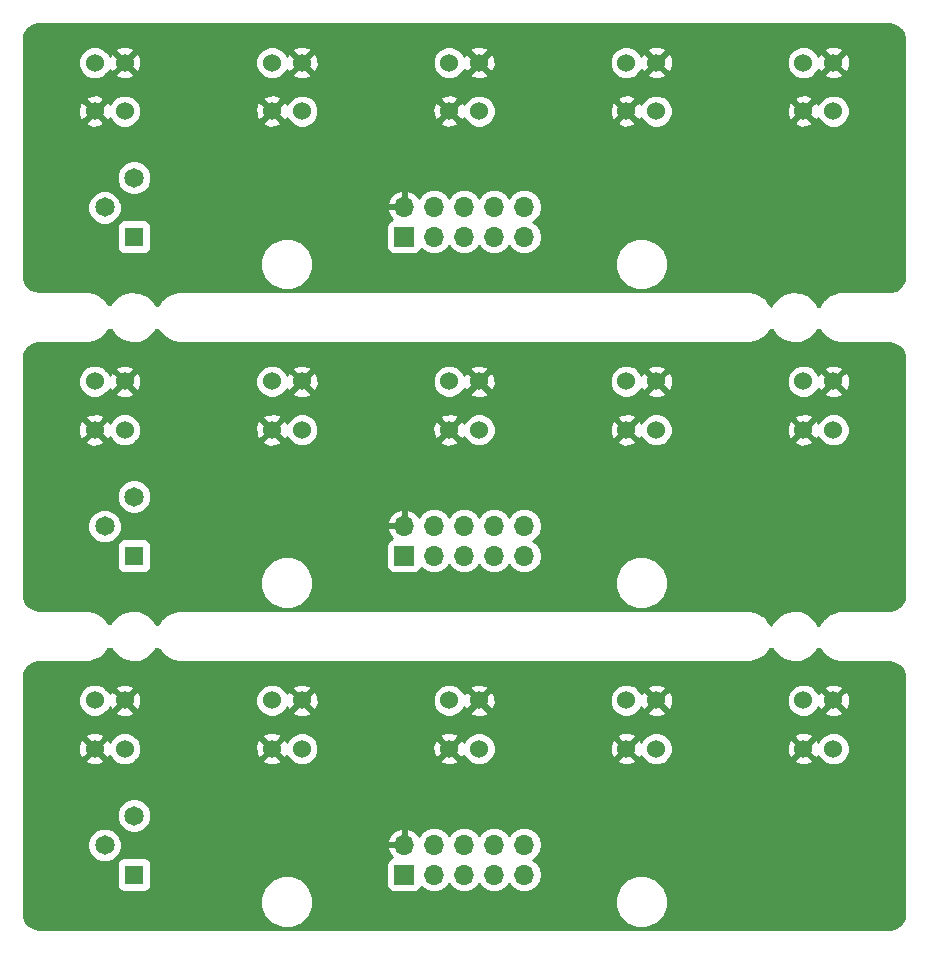
<source format=gbr>
G04 #@! TF.GenerationSoftware,KiCad,Pcbnew,(5.0.2)-1*
G04 #@! TF.CreationDate,2019-08-20T01:58:35+09:00*
G04 #@! TF.ProjectId,robocar-sensorbar-fab,726f626f-6361-4722-9d73-656e736f7262,rev?*
G04 #@! TF.SameCoordinates,Original*
G04 #@! TF.FileFunction,Copper,L2,Bot*
G04 #@! TF.FilePolarity,Positive*
%FSLAX46Y46*%
G04 Gerber Fmt 4.6, Leading zero omitted, Abs format (unit mm)*
G04 Created by KiCad (PCBNEW (5.0.2)-1) date 2019/08/20 1:58:35*
%MOMM*%
%LPD*%
G01*
G04 APERTURE LIST*
G04 #@! TA.AperFunction,ComponentPad*
%ADD10C,1.524000*%
G04 #@! TD*
G04 #@! TA.AperFunction,ComponentPad*
%ADD11R,1.650000X1.650000*%
G04 #@! TD*
G04 #@! TA.AperFunction,ComponentPad*
%ADD12C,1.650000*%
G04 #@! TD*
G04 #@! TA.AperFunction,ComponentPad*
%ADD13R,1.700000X1.700000*%
G04 #@! TD*
G04 #@! TA.AperFunction,ComponentPad*
%ADD14O,1.700000X1.700000*%
G04 #@! TD*
G04 #@! TA.AperFunction,Conductor*
%ADD15C,0.254000*%
G04 #@! TD*
G04 APERTURE END LIST*
D10*
G04 #@! TO.P,U4,1*
G04 #@! TO.N,GND*
X164270000Y-117950000D03*
G04 #@! TO.P,U4,2*
G04 #@! TO.N,Net-(R7-Pad2)*
X161730000Y-117950000D03*
G04 #@! TO.P,U4,3*
G04 #@! TO.N,/OUT4*
X164270000Y-122049999D03*
G04 #@! TO.P,U4,4*
G04 #@! TO.N,GND*
X161730000Y-122049999D03*
G04 #@! TD*
G04 #@! TO.P,U4,1*
G04 #@! TO.N,GND*
X164270000Y-90950000D03*
G04 #@! TO.P,U4,2*
G04 #@! TO.N,Net-(R7-Pad2)*
X161730000Y-90950000D03*
G04 #@! TO.P,U4,3*
G04 #@! TO.N,/OUT4*
X164270000Y-95049999D03*
G04 #@! TO.P,U4,4*
G04 #@! TO.N,GND*
X161730000Y-95049999D03*
G04 #@! TD*
G04 #@! TO.P,U2,1*
G04 #@! TO.N,GND*
X134270000Y-117950000D03*
G04 #@! TO.P,U2,2*
G04 #@! TO.N,Net-(R3-Pad2)*
X131730000Y-117950000D03*
G04 #@! TO.P,U2,3*
G04 #@! TO.N,/OUT2*
X134270000Y-122049999D03*
G04 #@! TO.P,U2,4*
G04 #@! TO.N,GND*
X131730000Y-122049999D03*
G04 #@! TD*
G04 #@! TO.P,U2,1*
G04 #@! TO.N,GND*
X134270000Y-90950000D03*
G04 #@! TO.P,U2,2*
G04 #@! TO.N,Net-(R3-Pad2)*
X131730000Y-90950000D03*
G04 #@! TO.P,U2,3*
G04 #@! TO.N,/OUT2*
X134270000Y-95049999D03*
G04 #@! TO.P,U2,4*
G04 #@! TO.N,GND*
X131730000Y-95049999D03*
G04 #@! TD*
G04 #@! TO.P,U1,4*
G04 #@! TO.N,GND*
X116730000Y-122049999D03*
G04 #@! TO.P,U1,3*
G04 #@! TO.N,/OUT1*
X119270000Y-122049999D03*
G04 #@! TO.P,U1,2*
G04 #@! TO.N,Net-(R1-Pad2)*
X116730000Y-117950000D03*
G04 #@! TO.P,U1,1*
G04 #@! TO.N,GND*
X119270000Y-117950000D03*
G04 #@! TD*
G04 #@! TO.P,U1,4*
G04 #@! TO.N,GND*
X116730000Y-95049999D03*
G04 #@! TO.P,U1,3*
G04 #@! TO.N,/OUT1*
X119270000Y-95049999D03*
G04 #@! TO.P,U1,2*
G04 #@! TO.N,Net-(R1-Pad2)*
X116730000Y-90950000D03*
G04 #@! TO.P,U1,1*
G04 #@! TO.N,GND*
X119270000Y-90950000D03*
G04 #@! TD*
D11*
G04 #@! TO.P,RV1,1*
G04 #@! TO.N,VCC*
X120060000Y-132700000D03*
D12*
G04 #@! TO.P,RV1,2*
G04 #@! TO.N,/OUT1*
X117560000Y-130200000D03*
G04 #@! TO.P,RV1,3*
X120060000Y-127700000D03*
G04 #@! TD*
D11*
G04 #@! TO.P,RV1,1*
G04 #@! TO.N,VCC*
X120060000Y-105700000D03*
D12*
G04 #@! TO.P,RV1,2*
G04 #@! TO.N,/OUT1*
X117560000Y-103200000D03*
G04 #@! TO.P,RV1,3*
X120060000Y-100700000D03*
G04 #@! TD*
D10*
G04 #@! TO.P,U3,4*
G04 #@! TO.N,GND*
X146730000Y-122049999D03*
G04 #@! TO.P,U3,3*
G04 #@! TO.N,/OUT3*
X149270000Y-122049999D03*
G04 #@! TO.P,U3,2*
G04 #@! TO.N,Net-(R5-Pad2)*
X146730000Y-117950000D03*
G04 #@! TO.P,U3,1*
G04 #@! TO.N,GND*
X149270000Y-117950000D03*
G04 #@! TD*
G04 #@! TO.P,U3,4*
G04 #@! TO.N,GND*
X146730000Y-95049999D03*
G04 #@! TO.P,U3,3*
G04 #@! TO.N,/OUT3*
X149270000Y-95049999D03*
G04 #@! TO.P,U3,2*
G04 #@! TO.N,Net-(R5-Pad2)*
X146730000Y-90950000D03*
G04 #@! TO.P,U3,1*
G04 #@! TO.N,GND*
X149270000Y-90950000D03*
G04 #@! TD*
G04 #@! TO.P,U5,4*
G04 #@! TO.N,GND*
X176730000Y-122049999D03*
G04 #@! TO.P,U5,3*
G04 #@! TO.N,/OUT5*
X179270000Y-122049999D03*
G04 #@! TO.P,U5,2*
G04 #@! TO.N,Net-(R9-Pad2)*
X176730000Y-117950000D03*
G04 #@! TO.P,U5,1*
G04 #@! TO.N,GND*
X179270000Y-117950000D03*
G04 #@! TD*
G04 #@! TO.P,U5,4*
G04 #@! TO.N,GND*
X176730000Y-95049999D03*
G04 #@! TO.P,U5,3*
G04 #@! TO.N,/OUT5*
X179270000Y-95049999D03*
G04 #@! TO.P,U5,2*
G04 #@! TO.N,Net-(R9-Pad2)*
X176730000Y-90950000D03*
G04 #@! TO.P,U5,1*
G04 #@! TO.N,GND*
X179270000Y-90950000D03*
G04 #@! TD*
D13*
G04 #@! TO.P,J1,1*
G04 #@! TO.N,VCC*
X142920000Y-132700000D03*
D14*
G04 #@! TO.P,J1,2*
G04 #@! TO.N,GND*
X142920000Y-130160000D03*
G04 #@! TO.P,J1,3*
G04 #@! TO.N,/OUT1*
X145460000Y-132700000D03*
G04 #@! TO.P,J1,4*
G04 #@! TO.N,/OUT2*
X145460000Y-130160000D03*
G04 #@! TO.P,J1,5*
G04 #@! TO.N,/OUT3*
X148000000Y-132700000D03*
G04 #@! TO.P,J1,6*
G04 #@! TO.N,/OUT4*
X148000000Y-130160000D03*
G04 #@! TO.P,J1,7*
G04 #@! TO.N,/OUT5*
X150540000Y-132700000D03*
G04 #@! TO.P,J1,8*
G04 #@! TO.N,Net-(J1-Pad8)*
X150540000Y-130160000D03*
G04 #@! TO.P,J1,9*
G04 #@! TO.N,Net-(J1-Pad9)*
X153080000Y-132700000D03*
G04 #@! TO.P,J1,10*
G04 #@! TO.N,Net-(J1-Pad10)*
X153080000Y-130160000D03*
G04 #@! TD*
D13*
G04 #@! TO.P,J1,1*
G04 #@! TO.N,VCC*
X142920000Y-105700000D03*
D14*
G04 #@! TO.P,J1,2*
G04 #@! TO.N,GND*
X142920000Y-103160000D03*
G04 #@! TO.P,J1,3*
G04 #@! TO.N,/OUT1*
X145460000Y-105700000D03*
G04 #@! TO.P,J1,4*
G04 #@! TO.N,/OUT2*
X145460000Y-103160000D03*
G04 #@! TO.P,J1,5*
G04 #@! TO.N,/OUT3*
X148000000Y-105700000D03*
G04 #@! TO.P,J1,6*
G04 #@! TO.N,/OUT4*
X148000000Y-103160000D03*
G04 #@! TO.P,J1,7*
G04 #@! TO.N,/OUT5*
X150540000Y-105700000D03*
G04 #@! TO.P,J1,8*
G04 #@! TO.N,Net-(J1-Pad8)*
X150540000Y-103160000D03*
G04 #@! TO.P,J1,9*
G04 #@! TO.N,Net-(J1-Pad9)*
X153080000Y-105700000D03*
G04 #@! TO.P,J1,10*
G04 #@! TO.N,Net-(J1-Pad10)*
X153080000Y-103160000D03*
G04 #@! TD*
D10*
G04 #@! TO.P,U1,1*
G04 #@! TO.N,GND*
X119270000Y-63950000D03*
G04 #@! TO.P,U1,2*
G04 #@! TO.N,Net-(R1-Pad2)*
X116730000Y-63950000D03*
G04 #@! TO.P,U1,3*
G04 #@! TO.N,/OUT1*
X119270000Y-68049999D03*
G04 #@! TO.P,U1,4*
G04 #@! TO.N,GND*
X116730000Y-68049999D03*
G04 #@! TD*
G04 #@! TO.P,U2,4*
G04 #@! TO.N,GND*
X131730000Y-68049999D03*
G04 #@! TO.P,U2,3*
G04 #@! TO.N,/OUT2*
X134270000Y-68049999D03*
G04 #@! TO.P,U2,2*
G04 #@! TO.N,Net-(R3-Pad2)*
X131730000Y-63950000D03*
G04 #@! TO.P,U2,1*
G04 #@! TO.N,GND*
X134270000Y-63950000D03*
G04 #@! TD*
G04 #@! TO.P,U3,1*
G04 #@! TO.N,GND*
X149270000Y-63950000D03*
G04 #@! TO.P,U3,2*
G04 #@! TO.N,Net-(R5-Pad2)*
X146730000Y-63950000D03*
G04 #@! TO.P,U3,3*
G04 #@! TO.N,/OUT3*
X149270000Y-68049999D03*
G04 #@! TO.P,U3,4*
G04 #@! TO.N,GND*
X146730000Y-68049999D03*
G04 #@! TD*
G04 #@! TO.P,U4,4*
G04 #@! TO.N,GND*
X161730000Y-68049999D03*
G04 #@! TO.P,U4,3*
G04 #@! TO.N,/OUT4*
X164270000Y-68049999D03*
G04 #@! TO.P,U4,2*
G04 #@! TO.N,Net-(R7-Pad2)*
X161730000Y-63950000D03*
G04 #@! TO.P,U4,1*
G04 #@! TO.N,GND*
X164270000Y-63950000D03*
G04 #@! TD*
G04 #@! TO.P,U5,1*
G04 #@! TO.N,GND*
X179270000Y-63950000D03*
G04 #@! TO.P,U5,2*
G04 #@! TO.N,Net-(R9-Pad2)*
X176730000Y-63950000D03*
G04 #@! TO.P,U5,3*
G04 #@! TO.N,/OUT5*
X179270000Y-68049999D03*
G04 #@! TO.P,U5,4*
G04 #@! TO.N,GND*
X176730000Y-68049999D03*
G04 #@! TD*
D14*
G04 #@! TO.P,J1,10*
G04 #@! TO.N,Net-(J1-Pad10)*
X153080000Y-76160000D03*
G04 #@! TO.P,J1,9*
G04 #@! TO.N,Net-(J1-Pad9)*
X153080000Y-78700000D03*
G04 #@! TO.P,J1,8*
G04 #@! TO.N,Net-(J1-Pad8)*
X150540000Y-76160000D03*
G04 #@! TO.P,J1,7*
G04 #@! TO.N,/OUT5*
X150540000Y-78700000D03*
G04 #@! TO.P,J1,6*
G04 #@! TO.N,/OUT4*
X148000000Y-76160000D03*
G04 #@! TO.P,J1,5*
G04 #@! TO.N,/OUT3*
X148000000Y-78700000D03*
G04 #@! TO.P,J1,4*
G04 #@! TO.N,/OUT2*
X145460000Y-76160000D03*
G04 #@! TO.P,J1,3*
G04 #@! TO.N,/OUT1*
X145460000Y-78700000D03*
G04 #@! TO.P,J1,2*
G04 #@! TO.N,GND*
X142920000Y-76160000D03*
D13*
G04 #@! TO.P,J1,1*
G04 #@! TO.N,VCC*
X142920000Y-78700000D03*
G04 #@! TD*
D12*
G04 #@! TO.P,RV1,3*
G04 #@! TO.N,/OUT1*
X120060000Y-73700000D03*
G04 #@! TO.P,RV1,2*
X117560000Y-76200000D03*
D11*
G04 #@! TO.P,RV1,1*
G04 #@! TO.N,VCC*
X120060000Y-78700000D03*
G04 #@! TD*
D15*
G04 #@! TO.N,GND*
G36*
X184360027Y-60768803D02*
X184691110Y-60919338D01*
X184966639Y-61156749D01*
X185164456Y-61461944D01*
X185275700Y-61833917D01*
X185290000Y-62026348D01*
X185290001Y-81949413D01*
X185231197Y-82360027D01*
X185080661Y-82691112D01*
X184843251Y-82966639D01*
X184538056Y-83164456D01*
X184166083Y-83275700D01*
X183973652Y-83290000D01*
X179930074Y-83290000D01*
X179899814Y-83296019D01*
X179680843Y-83314984D01*
X179653630Y-83321971D01*
X179625534Y-83321971D01*
X179506856Y-83352442D01*
X179042119Y-83515646D01*
X178993119Y-83542584D01*
X178940221Y-83560695D01*
X178837816Y-83627962D01*
X178837813Y-83627964D01*
X178837812Y-83627965D01*
X178450996Y-83932906D01*
X178413365Y-83974262D01*
X178369183Y-84008533D01*
X178294086Y-84105348D01*
X178026901Y-84519145D01*
X178004694Y-84570462D01*
X178002503Y-84573798D01*
X177740360Y-84105709D01*
X177194894Y-83617149D01*
X176520583Y-83331615D01*
X175790138Y-83279897D01*
X175082323Y-83467571D01*
X174473460Y-83874400D01*
X174029203Y-84456517D01*
X173987725Y-84580840D01*
X173903082Y-84389381D01*
X173872385Y-84342649D01*
X173850179Y-84291334D01*
X173775081Y-84194519D01*
X173775080Y-84194517D01*
X173775077Y-84194515D01*
X173440731Y-83832819D01*
X173396552Y-83798550D01*
X173358918Y-83757191D01*
X173256519Y-83689929D01*
X173256511Y-83689923D01*
X173256508Y-83689922D01*
X172823023Y-83456027D01*
X172770126Y-83437916D01*
X172721126Y-83410978D01*
X172602448Y-83380507D01*
X172127550Y-83301462D01*
X172069926Y-83290000D01*
X123930074Y-83290000D01*
X123899814Y-83296019D01*
X123680843Y-83314984D01*
X123653630Y-83321971D01*
X123625534Y-83321971D01*
X123506856Y-83352442D01*
X123042119Y-83515646D01*
X122993119Y-83542584D01*
X122940221Y-83560695D01*
X122837816Y-83627962D01*
X122837813Y-83627964D01*
X122837812Y-83627965D01*
X122450996Y-83932906D01*
X122413365Y-83974262D01*
X122369183Y-84008533D01*
X122294086Y-84105348D01*
X122067181Y-84456762D01*
X121936491Y-84455924D01*
X121740360Y-84105709D01*
X121194894Y-83617149D01*
X120520583Y-83331615D01*
X119790138Y-83279897D01*
X119082323Y-83467571D01*
X118473460Y-83874400D01*
X118048675Y-84431003D01*
X117921121Y-84430185D01*
X117903082Y-84389381D01*
X117872385Y-84342649D01*
X117850179Y-84291334D01*
X117775081Y-84194519D01*
X117775080Y-84194517D01*
X117775077Y-84194515D01*
X117440731Y-83832819D01*
X117396552Y-83798550D01*
X117358918Y-83757191D01*
X117256519Y-83689929D01*
X117256511Y-83689923D01*
X117256508Y-83689922D01*
X116823023Y-83456027D01*
X116770126Y-83437916D01*
X116721126Y-83410978D01*
X116602448Y-83380507D01*
X116127550Y-83301462D01*
X116069926Y-83290000D01*
X112050580Y-83290000D01*
X111639973Y-83231197D01*
X111308888Y-83080661D01*
X111033361Y-82843251D01*
X110835544Y-82538056D01*
X110724300Y-82166083D01*
X110710000Y-81973652D01*
X110710000Y-80555431D01*
X130765000Y-80555431D01*
X130765000Y-81444569D01*
X131105259Y-82266026D01*
X131733974Y-82894741D01*
X132555431Y-83235000D01*
X133444569Y-83235000D01*
X134266026Y-82894741D01*
X134894741Y-82266026D01*
X135235000Y-81444569D01*
X135235000Y-80555431D01*
X160765000Y-80555431D01*
X160765000Y-81444569D01*
X161105259Y-82266026D01*
X161733974Y-82894741D01*
X162555431Y-83235000D01*
X163444569Y-83235000D01*
X164266026Y-82894741D01*
X164894741Y-82266026D01*
X165235000Y-81444569D01*
X165235000Y-80555431D01*
X164894741Y-79733974D01*
X164266026Y-79105259D01*
X163444569Y-78765000D01*
X162555431Y-78765000D01*
X161733974Y-79105259D01*
X161105259Y-79733974D01*
X160765000Y-80555431D01*
X135235000Y-80555431D01*
X134894741Y-79733974D01*
X134266026Y-79105259D01*
X133444569Y-78765000D01*
X132555431Y-78765000D01*
X131733974Y-79105259D01*
X131105259Y-79733974D01*
X130765000Y-80555431D01*
X110710000Y-80555431D01*
X110710000Y-77875000D01*
X118587560Y-77875000D01*
X118587560Y-79525000D01*
X118636843Y-79772765D01*
X118777191Y-79982809D01*
X118987235Y-80123157D01*
X119235000Y-80172440D01*
X120885000Y-80172440D01*
X121132765Y-80123157D01*
X121342809Y-79982809D01*
X121483157Y-79772765D01*
X121532440Y-79525000D01*
X121532440Y-77875000D01*
X121527468Y-77850000D01*
X141422560Y-77850000D01*
X141422560Y-79550000D01*
X141471843Y-79797765D01*
X141612191Y-80007809D01*
X141822235Y-80148157D01*
X142070000Y-80197440D01*
X143770000Y-80197440D01*
X144017765Y-80148157D01*
X144227809Y-80007809D01*
X144368157Y-79797765D01*
X144377184Y-79752381D01*
X144389375Y-79770625D01*
X144880582Y-80098839D01*
X145313744Y-80185000D01*
X145606256Y-80185000D01*
X146039418Y-80098839D01*
X146530625Y-79770625D01*
X146730000Y-79472239D01*
X146929375Y-79770625D01*
X147420582Y-80098839D01*
X147853744Y-80185000D01*
X148146256Y-80185000D01*
X148579418Y-80098839D01*
X149070625Y-79770625D01*
X149270000Y-79472239D01*
X149469375Y-79770625D01*
X149960582Y-80098839D01*
X150393744Y-80185000D01*
X150686256Y-80185000D01*
X151119418Y-80098839D01*
X151610625Y-79770625D01*
X151810000Y-79472239D01*
X152009375Y-79770625D01*
X152500582Y-80098839D01*
X152933744Y-80185000D01*
X153226256Y-80185000D01*
X153659418Y-80098839D01*
X154150625Y-79770625D01*
X154478839Y-79279418D01*
X154594092Y-78700000D01*
X154478839Y-78120582D01*
X154150625Y-77629375D01*
X153852239Y-77430000D01*
X154150625Y-77230625D01*
X154478839Y-76739418D01*
X154594092Y-76160000D01*
X154478839Y-75580582D01*
X154150625Y-75089375D01*
X153659418Y-74761161D01*
X153226256Y-74675000D01*
X152933744Y-74675000D01*
X152500582Y-74761161D01*
X152009375Y-75089375D01*
X151810000Y-75387761D01*
X151610625Y-75089375D01*
X151119418Y-74761161D01*
X150686256Y-74675000D01*
X150393744Y-74675000D01*
X149960582Y-74761161D01*
X149469375Y-75089375D01*
X149270000Y-75387761D01*
X149070625Y-75089375D01*
X148579418Y-74761161D01*
X148146256Y-74675000D01*
X147853744Y-74675000D01*
X147420582Y-74761161D01*
X146929375Y-75089375D01*
X146730000Y-75387761D01*
X146530625Y-75089375D01*
X146039418Y-74761161D01*
X145606256Y-74675000D01*
X145313744Y-74675000D01*
X144880582Y-74761161D01*
X144389375Y-75089375D01*
X144176157Y-75408478D01*
X144115183Y-75278642D01*
X143686924Y-74888355D01*
X143276890Y-74718524D01*
X143047000Y-74839845D01*
X143047000Y-76033000D01*
X143067000Y-76033000D01*
X143067000Y-76287000D01*
X143047000Y-76287000D01*
X143047000Y-76307000D01*
X142793000Y-76307000D01*
X142793000Y-76287000D01*
X141599181Y-76287000D01*
X141478514Y-76516892D01*
X141724817Y-77041358D01*
X141931855Y-77230039D01*
X141822235Y-77251843D01*
X141612191Y-77392191D01*
X141471843Y-77602235D01*
X141422560Y-77850000D01*
X121527468Y-77850000D01*
X121483157Y-77627235D01*
X121342809Y-77417191D01*
X121132765Y-77276843D01*
X120885000Y-77227560D01*
X119235000Y-77227560D01*
X118987235Y-77276843D01*
X118777191Y-77417191D01*
X118636843Y-77627235D01*
X118587560Y-77875000D01*
X110710000Y-77875000D01*
X110710000Y-75909588D01*
X116100000Y-75909588D01*
X116100000Y-76490412D01*
X116322272Y-77027024D01*
X116732976Y-77437728D01*
X117269588Y-77660000D01*
X117850412Y-77660000D01*
X118387024Y-77437728D01*
X118797728Y-77027024D01*
X119020000Y-76490412D01*
X119020000Y-75909588D01*
X118975895Y-75803108D01*
X141478514Y-75803108D01*
X141599181Y-76033000D01*
X142793000Y-76033000D01*
X142793000Y-74839845D01*
X142563110Y-74718524D01*
X142153076Y-74888355D01*
X141724817Y-75278642D01*
X141478514Y-75803108D01*
X118975895Y-75803108D01*
X118797728Y-75372976D01*
X118387024Y-74962272D01*
X117850412Y-74740000D01*
X117269588Y-74740000D01*
X116732976Y-74962272D01*
X116322272Y-75372976D01*
X116100000Y-75909588D01*
X110710000Y-75909588D01*
X110710000Y-73409588D01*
X118600000Y-73409588D01*
X118600000Y-73990412D01*
X118822272Y-74527024D01*
X119232976Y-74937728D01*
X119769588Y-75160000D01*
X120350412Y-75160000D01*
X120887024Y-74937728D01*
X121297728Y-74527024D01*
X121520000Y-73990412D01*
X121520000Y-73409588D01*
X121297728Y-72872976D01*
X120887024Y-72462272D01*
X120350412Y-72240000D01*
X119769588Y-72240000D01*
X119232976Y-72462272D01*
X118822272Y-72872976D01*
X118600000Y-73409588D01*
X110710000Y-73409588D01*
X110710000Y-69030212D01*
X115929392Y-69030212D01*
X115998857Y-69272396D01*
X116522302Y-69459143D01*
X117077368Y-69431361D01*
X117461143Y-69272396D01*
X117530608Y-69030212D01*
X116730000Y-68229604D01*
X115929392Y-69030212D01*
X110710000Y-69030212D01*
X110710000Y-67842301D01*
X115320856Y-67842301D01*
X115348638Y-68397367D01*
X115507603Y-68781142D01*
X115749787Y-68850607D01*
X116550395Y-68049999D01*
X116909605Y-68049999D01*
X117710213Y-68850607D01*
X117952397Y-68781142D01*
X118002535Y-68640606D01*
X118085680Y-68841336D01*
X118478663Y-69234319D01*
X118992119Y-69446999D01*
X119547881Y-69446999D01*
X120061337Y-69234319D01*
X120265444Y-69030212D01*
X130929392Y-69030212D01*
X130998857Y-69272396D01*
X131522302Y-69459143D01*
X132077368Y-69431361D01*
X132461143Y-69272396D01*
X132530608Y-69030212D01*
X131730000Y-68229604D01*
X130929392Y-69030212D01*
X120265444Y-69030212D01*
X120454320Y-68841336D01*
X120667000Y-68327880D01*
X120667000Y-67842301D01*
X130320856Y-67842301D01*
X130348638Y-68397367D01*
X130507603Y-68781142D01*
X130749787Y-68850607D01*
X131550395Y-68049999D01*
X131909605Y-68049999D01*
X132710213Y-68850607D01*
X132952397Y-68781142D01*
X133002535Y-68640606D01*
X133085680Y-68841336D01*
X133478663Y-69234319D01*
X133992119Y-69446999D01*
X134547881Y-69446999D01*
X135061337Y-69234319D01*
X135265444Y-69030212D01*
X145929392Y-69030212D01*
X145998857Y-69272396D01*
X146522302Y-69459143D01*
X147077368Y-69431361D01*
X147461143Y-69272396D01*
X147530608Y-69030212D01*
X146730000Y-68229604D01*
X145929392Y-69030212D01*
X135265444Y-69030212D01*
X135454320Y-68841336D01*
X135667000Y-68327880D01*
X135667000Y-67842301D01*
X145320856Y-67842301D01*
X145348638Y-68397367D01*
X145507603Y-68781142D01*
X145749787Y-68850607D01*
X146550395Y-68049999D01*
X146909605Y-68049999D01*
X147710213Y-68850607D01*
X147952397Y-68781142D01*
X148002535Y-68640606D01*
X148085680Y-68841336D01*
X148478663Y-69234319D01*
X148992119Y-69446999D01*
X149547881Y-69446999D01*
X150061337Y-69234319D01*
X150265444Y-69030212D01*
X160929392Y-69030212D01*
X160998857Y-69272396D01*
X161522302Y-69459143D01*
X162077368Y-69431361D01*
X162461143Y-69272396D01*
X162530608Y-69030212D01*
X161730000Y-68229604D01*
X160929392Y-69030212D01*
X150265444Y-69030212D01*
X150454320Y-68841336D01*
X150667000Y-68327880D01*
X150667000Y-67842301D01*
X160320856Y-67842301D01*
X160348638Y-68397367D01*
X160507603Y-68781142D01*
X160749787Y-68850607D01*
X161550395Y-68049999D01*
X161909605Y-68049999D01*
X162710213Y-68850607D01*
X162952397Y-68781142D01*
X163002535Y-68640606D01*
X163085680Y-68841336D01*
X163478663Y-69234319D01*
X163992119Y-69446999D01*
X164547881Y-69446999D01*
X165061337Y-69234319D01*
X165265444Y-69030212D01*
X175929392Y-69030212D01*
X175998857Y-69272396D01*
X176522302Y-69459143D01*
X177077368Y-69431361D01*
X177461143Y-69272396D01*
X177530608Y-69030212D01*
X176730000Y-68229604D01*
X175929392Y-69030212D01*
X165265444Y-69030212D01*
X165454320Y-68841336D01*
X165667000Y-68327880D01*
X165667000Y-67842301D01*
X175320856Y-67842301D01*
X175348638Y-68397367D01*
X175507603Y-68781142D01*
X175749787Y-68850607D01*
X176550395Y-68049999D01*
X176909605Y-68049999D01*
X177710213Y-68850607D01*
X177952397Y-68781142D01*
X178002535Y-68640606D01*
X178085680Y-68841336D01*
X178478663Y-69234319D01*
X178992119Y-69446999D01*
X179547881Y-69446999D01*
X180061337Y-69234319D01*
X180454320Y-68841336D01*
X180667000Y-68327880D01*
X180667000Y-67772118D01*
X180454320Y-67258662D01*
X180061337Y-66865679D01*
X179547881Y-66652999D01*
X178992119Y-66652999D01*
X178478663Y-66865679D01*
X178085680Y-67258662D01*
X178006572Y-67449646D01*
X177952397Y-67318856D01*
X177710213Y-67249391D01*
X176909605Y-68049999D01*
X176550395Y-68049999D01*
X175749787Y-67249391D01*
X175507603Y-67318856D01*
X175320856Y-67842301D01*
X165667000Y-67842301D01*
X165667000Y-67772118D01*
X165454320Y-67258662D01*
X165265444Y-67069786D01*
X175929392Y-67069786D01*
X176730000Y-67870394D01*
X177530608Y-67069786D01*
X177461143Y-66827602D01*
X176937698Y-66640855D01*
X176382632Y-66668637D01*
X175998857Y-66827602D01*
X175929392Y-67069786D01*
X165265444Y-67069786D01*
X165061337Y-66865679D01*
X164547881Y-66652999D01*
X163992119Y-66652999D01*
X163478663Y-66865679D01*
X163085680Y-67258662D01*
X163006572Y-67449646D01*
X162952397Y-67318856D01*
X162710213Y-67249391D01*
X161909605Y-68049999D01*
X161550395Y-68049999D01*
X160749787Y-67249391D01*
X160507603Y-67318856D01*
X160320856Y-67842301D01*
X150667000Y-67842301D01*
X150667000Y-67772118D01*
X150454320Y-67258662D01*
X150265444Y-67069786D01*
X160929392Y-67069786D01*
X161730000Y-67870394D01*
X162530608Y-67069786D01*
X162461143Y-66827602D01*
X161937698Y-66640855D01*
X161382632Y-66668637D01*
X160998857Y-66827602D01*
X160929392Y-67069786D01*
X150265444Y-67069786D01*
X150061337Y-66865679D01*
X149547881Y-66652999D01*
X148992119Y-66652999D01*
X148478663Y-66865679D01*
X148085680Y-67258662D01*
X148006572Y-67449646D01*
X147952397Y-67318856D01*
X147710213Y-67249391D01*
X146909605Y-68049999D01*
X146550395Y-68049999D01*
X145749787Y-67249391D01*
X145507603Y-67318856D01*
X145320856Y-67842301D01*
X135667000Y-67842301D01*
X135667000Y-67772118D01*
X135454320Y-67258662D01*
X135265444Y-67069786D01*
X145929392Y-67069786D01*
X146730000Y-67870394D01*
X147530608Y-67069786D01*
X147461143Y-66827602D01*
X146937698Y-66640855D01*
X146382632Y-66668637D01*
X145998857Y-66827602D01*
X145929392Y-67069786D01*
X135265444Y-67069786D01*
X135061337Y-66865679D01*
X134547881Y-66652999D01*
X133992119Y-66652999D01*
X133478663Y-66865679D01*
X133085680Y-67258662D01*
X133006572Y-67449646D01*
X132952397Y-67318856D01*
X132710213Y-67249391D01*
X131909605Y-68049999D01*
X131550395Y-68049999D01*
X130749787Y-67249391D01*
X130507603Y-67318856D01*
X130320856Y-67842301D01*
X120667000Y-67842301D01*
X120667000Y-67772118D01*
X120454320Y-67258662D01*
X120265444Y-67069786D01*
X130929392Y-67069786D01*
X131730000Y-67870394D01*
X132530608Y-67069786D01*
X132461143Y-66827602D01*
X131937698Y-66640855D01*
X131382632Y-66668637D01*
X130998857Y-66827602D01*
X130929392Y-67069786D01*
X120265444Y-67069786D01*
X120061337Y-66865679D01*
X119547881Y-66652999D01*
X118992119Y-66652999D01*
X118478663Y-66865679D01*
X118085680Y-67258662D01*
X118006572Y-67449646D01*
X117952397Y-67318856D01*
X117710213Y-67249391D01*
X116909605Y-68049999D01*
X116550395Y-68049999D01*
X115749787Y-67249391D01*
X115507603Y-67318856D01*
X115320856Y-67842301D01*
X110710000Y-67842301D01*
X110710000Y-67069786D01*
X115929392Y-67069786D01*
X116730000Y-67870394D01*
X117530608Y-67069786D01*
X117461143Y-66827602D01*
X116937698Y-66640855D01*
X116382632Y-66668637D01*
X115998857Y-66827602D01*
X115929392Y-67069786D01*
X110710000Y-67069786D01*
X110710000Y-63672119D01*
X115333000Y-63672119D01*
X115333000Y-64227881D01*
X115545680Y-64741337D01*
X115938663Y-65134320D01*
X116452119Y-65347000D01*
X117007881Y-65347000D01*
X117521337Y-65134320D01*
X117725444Y-64930213D01*
X118469392Y-64930213D01*
X118538857Y-65172397D01*
X119062302Y-65359144D01*
X119617368Y-65331362D01*
X120001143Y-65172397D01*
X120070608Y-64930213D01*
X119270000Y-64129605D01*
X118469392Y-64930213D01*
X117725444Y-64930213D01*
X117914320Y-64741337D01*
X117993428Y-64550353D01*
X118047603Y-64681143D01*
X118289787Y-64750608D01*
X119090395Y-63950000D01*
X119449605Y-63950000D01*
X120250213Y-64750608D01*
X120492397Y-64681143D01*
X120679144Y-64157698D01*
X120654840Y-63672119D01*
X130333000Y-63672119D01*
X130333000Y-64227881D01*
X130545680Y-64741337D01*
X130938663Y-65134320D01*
X131452119Y-65347000D01*
X132007881Y-65347000D01*
X132521337Y-65134320D01*
X132725444Y-64930213D01*
X133469392Y-64930213D01*
X133538857Y-65172397D01*
X134062302Y-65359144D01*
X134617368Y-65331362D01*
X135001143Y-65172397D01*
X135070608Y-64930213D01*
X134270000Y-64129605D01*
X133469392Y-64930213D01*
X132725444Y-64930213D01*
X132914320Y-64741337D01*
X132993428Y-64550353D01*
X133047603Y-64681143D01*
X133289787Y-64750608D01*
X134090395Y-63950000D01*
X134449605Y-63950000D01*
X135250213Y-64750608D01*
X135492397Y-64681143D01*
X135679144Y-64157698D01*
X135654840Y-63672119D01*
X145333000Y-63672119D01*
X145333000Y-64227881D01*
X145545680Y-64741337D01*
X145938663Y-65134320D01*
X146452119Y-65347000D01*
X147007881Y-65347000D01*
X147521337Y-65134320D01*
X147725444Y-64930213D01*
X148469392Y-64930213D01*
X148538857Y-65172397D01*
X149062302Y-65359144D01*
X149617368Y-65331362D01*
X150001143Y-65172397D01*
X150070608Y-64930213D01*
X149270000Y-64129605D01*
X148469392Y-64930213D01*
X147725444Y-64930213D01*
X147914320Y-64741337D01*
X147993428Y-64550353D01*
X148047603Y-64681143D01*
X148289787Y-64750608D01*
X149090395Y-63950000D01*
X149449605Y-63950000D01*
X150250213Y-64750608D01*
X150492397Y-64681143D01*
X150679144Y-64157698D01*
X150654840Y-63672119D01*
X160333000Y-63672119D01*
X160333000Y-64227881D01*
X160545680Y-64741337D01*
X160938663Y-65134320D01*
X161452119Y-65347000D01*
X162007881Y-65347000D01*
X162521337Y-65134320D01*
X162725444Y-64930213D01*
X163469392Y-64930213D01*
X163538857Y-65172397D01*
X164062302Y-65359144D01*
X164617368Y-65331362D01*
X165001143Y-65172397D01*
X165070608Y-64930213D01*
X164270000Y-64129605D01*
X163469392Y-64930213D01*
X162725444Y-64930213D01*
X162914320Y-64741337D01*
X162993428Y-64550353D01*
X163047603Y-64681143D01*
X163289787Y-64750608D01*
X164090395Y-63950000D01*
X164449605Y-63950000D01*
X165250213Y-64750608D01*
X165492397Y-64681143D01*
X165679144Y-64157698D01*
X165654840Y-63672119D01*
X175333000Y-63672119D01*
X175333000Y-64227881D01*
X175545680Y-64741337D01*
X175938663Y-65134320D01*
X176452119Y-65347000D01*
X177007881Y-65347000D01*
X177521337Y-65134320D01*
X177725444Y-64930213D01*
X178469392Y-64930213D01*
X178538857Y-65172397D01*
X179062302Y-65359144D01*
X179617368Y-65331362D01*
X180001143Y-65172397D01*
X180070608Y-64930213D01*
X179270000Y-64129605D01*
X178469392Y-64930213D01*
X177725444Y-64930213D01*
X177914320Y-64741337D01*
X177993428Y-64550353D01*
X178047603Y-64681143D01*
X178289787Y-64750608D01*
X179090395Y-63950000D01*
X179449605Y-63950000D01*
X180250213Y-64750608D01*
X180492397Y-64681143D01*
X180679144Y-64157698D01*
X180651362Y-63602632D01*
X180492397Y-63218857D01*
X180250213Y-63149392D01*
X179449605Y-63950000D01*
X179090395Y-63950000D01*
X178289787Y-63149392D01*
X178047603Y-63218857D01*
X177997465Y-63359393D01*
X177914320Y-63158663D01*
X177725444Y-62969787D01*
X178469392Y-62969787D01*
X179270000Y-63770395D01*
X180070608Y-62969787D01*
X180001143Y-62727603D01*
X179477698Y-62540856D01*
X178922632Y-62568638D01*
X178538857Y-62727603D01*
X178469392Y-62969787D01*
X177725444Y-62969787D01*
X177521337Y-62765680D01*
X177007881Y-62553000D01*
X176452119Y-62553000D01*
X175938663Y-62765680D01*
X175545680Y-63158663D01*
X175333000Y-63672119D01*
X165654840Y-63672119D01*
X165651362Y-63602632D01*
X165492397Y-63218857D01*
X165250213Y-63149392D01*
X164449605Y-63950000D01*
X164090395Y-63950000D01*
X163289787Y-63149392D01*
X163047603Y-63218857D01*
X162997465Y-63359393D01*
X162914320Y-63158663D01*
X162725444Y-62969787D01*
X163469392Y-62969787D01*
X164270000Y-63770395D01*
X165070608Y-62969787D01*
X165001143Y-62727603D01*
X164477698Y-62540856D01*
X163922632Y-62568638D01*
X163538857Y-62727603D01*
X163469392Y-62969787D01*
X162725444Y-62969787D01*
X162521337Y-62765680D01*
X162007881Y-62553000D01*
X161452119Y-62553000D01*
X160938663Y-62765680D01*
X160545680Y-63158663D01*
X160333000Y-63672119D01*
X150654840Y-63672119D01*
X150651362Y-63602632D01*
X150492397Y-63218857D01*
X150250213Y-63149392D01*
X149449605Y-63950000D01*
X149090395Y-63950000D01*
X148289787Y-63149392D01*
X148047603Y-63218857D01*
X147997465Y-63359393D01*
X147914320Y-63158663D01*
X147725444Y-62969787D01*
X148469392Y-62969787D01*
X149270000Y-63770395D01*
X150070608Y-62969787D01*
X150001143Y-62727603D01*
X149477698Y-62540856D01*
X148922632Y-62568638D01*
X148538857Y-62727603D01*
X148469392Y-62969787D01*
X147725444Y-62969787D01*
X147521337Y-62765680D01*
X147007881Y-62553000D01*
X146452119Y-62553000D01*
X145938663Y-62765680D01*
X145545680Y-63158663D01*
X145333000Y-63672119D01*
X135654840Y-63672119D01*
X135651362Y-63602632D01*
X135492397Y-63218857D01*
X135250213Y-63149392D01*
X134449605Y-63950000D01*
X134090395Y-63950000D01*
X133289787Y-63149392D01*
X133047603Y-63218857D01*
X132997465Y-63359393D01*
X132914320Y-63158663D01*
X132725444Y-62969787D01*
X133469392Y-62969787D01*
X134270000Y-63770395D01*
X135070608Y-62969787D01*
X135001143Y-62727603D01*
X134477698Y-62540856D01*
X133922632Y-62568638D01*
X133538857Y-62727603D01*
X133469392Y-62969787D01*
X132725444Y-62969787D01*
X132521337Y-62765680D01*
X132007881Y-62553000D01*
X131452119Y-62553000D01*
X130938663Y-62765680D01*
X130545680Y-63158663D01*
X130333000Y-63672119D01*
X120654840Y-63672119D01*
X120651362Y-63602632D01*
X120492397Y-63218857D01*
X120250213Y-63149392D01*
X119449605Y-63950000D01*
X119090395Y-63950000D01*
X118289787Y-63149392D01*
X118047603Y-63218857D01*
X117997465Y-63359393D01*
X117914320Y-63158663D01*
X117725444Y-62969787D01*
X118469392Y-62969787D01*
X119270000Y-63770395D01*
X120070608Y-62969787D01*
X120001143Y-62727603D01*
X119477698Y-62540856D01*
X118922632Y-62568638D01*
X118538857Y-62727603D01*
X118469392Y-62969787D01*
X117725444Y-62969787D01*
X117521337Y-62765680D01*
X117007881Y-62553000D01*
X116452119Y-62553000D01*
X115938663Y-62765680D01*
X115545680Y-63158663D01*
X115333000Y-63672119D01*
X110710000Y-63672119D01*
X110710000Y-62050580D01*
X110768803Y-61639973D01*
X110919338Y-61308890D01*
X111156749Y-61033361D01*
X111461944Y-60835544D01*
X111833917Y-60724300D01*
X112026348Y-60710000D01*
X183949420Y-60710000D01*
X184360027Y-60768803D01*
X184360027Y-60768803D01*
G37*
X184360027Y-60768803D02*
X184691110Y-60919338D01*
X184966639Y-61156749D01*
X185164456Y-61461944D01*
X185275700Y-61833917D01*
X185290000Y-62026348D01*
X185290001Y-81949413D01*
X185231197Y-82360027D01*
X185080661Y-82691112D01*
X184843251Y-82966639D01*
X184538056Y-83164456D01*
X184166083Y-83275700D01*
X183973652Y-83290000D01*
X179930074Y-83290000D01*
X179899814Y-83296019D01*
X179680843Y-83314984D01*
X179653630Y-83321971D01*
X179625534Y-83321971D01*
X179506856Y-83352442D01*
X179042119Y-83515646D01*
X178993119Y-83542584D01*
X178940221Y-83560695D01*
X178837816Y-83627962D01*
X178837813Y-83627964D01*
X178837812Y-83627965D01*
X178450996Y-83932906D01*
X178413365Y-83974262D01*
X178369183Y-84008533D01*
X178294086Y-84105348D01*
X178026901Y-84519145D01*
X178004694Y-84570462D01*
X178002503Y-84573798D01*
X177740360Y-84105709D01*
X177194894Y-83617149D01*
X176520583Y-83331615D01*
X175790138Y-83279897D01*
X175082323Y-83467571D01*
X174473460Y-83874400D01*
X174029203Y-84456517D01*
X173987725Y-84580840D01*
X173903082Y-84389381D01*
X173872385Y-84342649D01*
X173850179Y-84291334D01*
X173775081Y-84194519D01*
X173775080Y-84194517D01*
X173775077Y-84194515D01*
X173440731Y-83832819D01*
X173396552Y-83798550D01*
X173358918Y-83757191D01*
X173256519Y-83689929D01*
X173256511Y-83689923D01*
X173256508Y-83689922D01*
X172823023Y-83456027D01*
X172770126Y-83437916D01*
X172721126Y-83410978D01*
X172602448Y-83380507D01*
X172127550Y-83301462D01*
X172069926Y-83290000D01*
X123930074Y-83290000D01*
X123899814Y-83296019D01*
X123680843Y-83314984D01*
X123653630Y-83321971D01*
X123625534Y-83321971D01*
X123506856Y-83352442D01*
X123042119Y-83515646D01*
X122993119Y-83542584D01*
X122940221Y-83560695D01*
X122837816Y-83627962D01*
X122837813Y-83627964D01*
X122837812Y-83627965D01*
X122450996Y-83932906D01*
X122413365Y-83974262D01*
X122369183Y-84008533D01*
X122294086Y-84105348D01*
X122067181Y-84456762D01*
X121936491Y-84455924D01*
X121740360Y-84105709D01*
X121194894Y-83617149D01*
X120520583Y-83331615D01*
X119790138Y-83279897D01*
X119082323Y-83467571D01*
X118473460Y-83874400D01*
X118048675Y-84431003D01*
X117921121Y-84430185D01*
X117903082Y-84389381D01*
X117872385Y-84342649D01*
X117850179Y-84291334D01*
X117775081Y-84194519D01*
X117775080Y-84194517D01*
X117775077Y-84194515D01*
X117440731Y-83832819D01*
X117396552Y-83798550D01*
X117358918Y-83757191D01*
X117256519Y-83689929D01*
X117256511Y-83689923D01*
X117256508Y-83689922D01*
X116823023Y-83456027D01*
X116770126Y-83437916D01*
X116721126Y-83410978D01*
X116602448Y-83380507D01*
X116127550Y-83301462D01*
X116069926Y-83290000D01*
X112050580Y-83290000D01*
X111639973Y-83231197D01*
X111308888Y-83080661D01*
X111033361Y-82843251D01*
X110835544Y-82538056D01*
X110724300Y-82166083D01*
X110710000Y-81973652D01*
X110710000Y-80555431D01*
X130765000Y-80555431D01*
X130765000Y-81444569D01*
X131105259Y-82266026D01*
X131733974Y-82894741D01*
X132555431Y-83235000D01*
X133444569Y-83235000D01*
X134266026Y-82894741D01*
X134894741Y-82266026D01*
X135235000Y-81444569D01*
X135235000Y-80555431D01*
X160765000Y-80555431D01*
X160765000Y-81444569D01*
X161105259Y-82266026D01*
X161733974Y-82894741D01*
X162555431Y-83235000D01*
X163444569Y-83235000D01*
X164266026Y-82894741D01*
X164894741Y-82266026D01*
X165235000Y-81444569D01*
X165235000Y-80555431D01*
X164894741Y-79733974D01*
X164266026Y-79105259D01*
X163444569Y-78765000D01*
X162555431Y-78765000D01*
X161733974Y-79105259D01*
X161105259Y-79733974D01*
X160765000Y-80555431D01*
X135235000Y-80555431D01*
X134894741Y-79733974D01*
X134266026Y-79105259D01*
X133444569Y-78765000D01*
X132555431Y-78765000D01*
X131733974Y-79105259D01*
X131105259Y-79733974D01*
X130765000Y-80555431D01*
X110710000Y-80555431D01*
X110710000Y-77875000D01*
X118587560Y-77875000D01*
X118587560Y-79525000D01*
X118636843Y-79772765D01*
X118777191Y-79982809D01*
X118987235Y-80123157D01*
X119235000Y-80172440D01*
X120885000Y-80172440D01*
X121132765Y-80123157D01*
X121342809Y-79982809D01*
X121483157Y-79772765D01*
X121532440Y-79525000D01*
X121532440Y-77875000D01*
X121527468Y-77850000D01*
X141422560Y-77850000D01*
X141422560Y-79550000D01*
X141471843Y-79797765D01*
X141612191Y-80007809D01*
X141822235Y-80148157D01*
X142070000Y-80197440D01*
X143770000Y-80197440D01*
X144017765Y-80148157D01*
X144227809Y-80007809D01*
X144368157Y-79797765D01*
X144377184Y-79752381D01*
X144389375Y-79770625D01*
X144880582Y-80098839D01*
X145313744Y-80185000D01*
X145606256Y-80185000D01*
X146039418Y-80098839D01*
X146530625Y-79770625D01*
X146730000Y-79472239D01*
X146929375Y-79770625D01*
X147420582Y-80098839D01*
X147853744Y-80185000D01*
X148146256Y-80185000D01*
X148579418Y-80098839D01*
X149070625Y-79770625D01*
X149270000Y-79472239D01*
X149469375Y-79770625D01*
X149960582Y-80098839D01*
X150393744Y-80185000D01*
X150686256Y-80185000D01*
X151119418Y-80098839D01*
X151610625Y-79770625D01*
X151810000Y-79472239D01*
X152009375Y-79770625D01*
X152500582Y-80098839D01*
X152933744Y-80185000D01*
X153226256Y-80185000D01*
X153659418Y-80098839D01*
X154150625Y-79770625D01*
X154478839Y-79279418D01*
X154594092Y-78700000D01*
X154478839Y-78120582D01*
X154150625Y-77629375D01*
X153852239Y-77430000D01*
X154150625Y-77230625D01*
X154478839Y-76739418D01*
X154594092Y-76160000D01*
X154478839Y-75580582D01*
X154150625Y-75089375D01*
X153659418Y-74761161D01*
X153226256Y-74675000D01*
X152933744Y-74675000D01*
X152500582Y-74761161D01*
X152009375Y-75089375D01*
X151810000Y-75387761D01*
X151610625Y-75089375D01*
X151119418Y-74761161D01*
X150686256Y-74675000D01*
X150393744Y-74675000D01*
X149960582Y-74761161D01*
X149469375Y-75089375D01*
X149270000Y-75387761D01*
X149070625Y-75089375D01*
X148579418Y-74761161D01*
X148146256Y-74675000D01*
X147853744Y-74675000D01*
X147420582Y-74761161D01*
X146929375Y-75089375D01*
X146730000Y-75387761D01*
X146530625Y-75089375D01*
X146039418Y-74761161D01*
X145606256Y-74675000D01*
X145313744Y-74675000D01*
X144880582Y-74761161D01*
X144389375Y-75089375D01*
X144176157Y-75408478D01*
X144115183Y-75278642D01*
X143686924Y-74888355D01*
X143276890Y-74718524D01*
X143047000Y-74839845D01*
X143047000Y-76033000D01*
X143067000Y-76033000D01*
X143067000Y-76287000D01*
X143047000Y-76287000D01*
X143047000Y-76307000D01*
X142793000Y-76307000D01*
X142793000Y-76287000D01*
X141599181Y-76287000D01*
X141478514Y-76516892D01*
X141724817Y-77041358D01*
X141931855Y-77230039D01*
X141822235Y-77251843D01*
X141612191Y-77392191D01*
X141471843Y-77602235D01*
X141422560Y-77850000D01*
X121527468Y-77850000D01*
X121483157Y-77627235D01*
X121342809Y-77417191D01*
X121132765Y-77276843D01*
X120885000Y-77227560D01*
X119235000Y-77227560D01*
X118987235Y-77276843D01*
X118777191Y-77417191D01*
X118636843Y-77627235D01*
X118587560Y-77875000D01*
X110710000Y-77875000D01*
X110710000Y-75909588D01*
X116100000Y-75909588D01*
X116100000Y-76490412D01*
X116322272Y-77027024D01*
X116732976Y-77437728D01*
X117269588Y-77660000D01*
X117850412Y-77660000D01*
X118387024Y-77437728D01*
X118797728Y-77027024D01*
X119020000Y-76490412D01*
X119020000Y-75909588D01*
X118975895Y-75803108D01*
X141478514Y-75803108D01*
X141599181Y-76033000D01*
X142793000Y-76033000D01*
X142793000Y-74839845D01*
X142563110Y-74718524D01*
X142153076Y-74888355D01*
X141724817Y-75278642D01*
X141478514Y-75803108D01*
X118975895Y-75803108D01*
X118797728Y-75372976D01*
X118387024Y-74962272D01*
X117850412Y-74740000D01*
X117269588Y-74740000D01*
X116732976Y-74962272D01*
X116322272Y-75372976D01*
X116100000Y-75909588D01*
X110710000Y-75909588D01*
X110710000Y-73409588D01*
X118600000Y-73409588D01*
X118600000Y-73990412D01*
X118822272Y-74527024D01*
X119232976Y-74937728D01*
X119769588Y-75160000D01*
X120350412Y-75160000D01*
X120887024Y-74937728D01*
X121297728Y-74527024D01*
X121520000Y-73990412D01*
X121520000Y-73409588D01*
X121297728Y-72872976D01*
X120887024Y-72462272D01*
X120350412Y-72240000D01*
X119769588Y-72240000D01*
X119232976Y-72462272D01*
X118822272Y-72872976D01*
X118600000Y-73409588D01*
X110710000Y-73409588D01*
X110710000Y-69030212D01*
X115929392Y-69030212D01*
X115998857Y-69272396D01*
X116522302Y-69459143D01*
X117077368Y-69431361D01*
X117461143Y-69272396D01*
X117530608Y-69030212D01*
X116730000Y-68229604D01*
X115929392Y-69030212D01*
X110710000Y-69030212D01*
X110710000Y-67842301D01*
X115320856Y-67842301D01*
X115348638Y-68397367D01*
X115507603Y-68781142D01*
X115749787Y-68850607D01*
X116550395Y-68049999D01*
X116909605Y-68049999D01*
X117710213Y-68850607D01*
X117952397Y-68781142D01*
X118002535Y-68640606D01*
X118085680Y-68841336D01*
X118478663Y-69234319D01*
X118992119Y-69446999D01*
X119547881Y-69446999D01*
X120061337Y-69234319D01*
X120265444Y-69030212D01*
X130929392Y-69030212D01*
X130998857Y-69272396D01*
X131522302Y-69459143D01*
X132077368Y-69431361D01*
X132461143Y-69272396D01*
X132530608Y-69030212D01*
X131730000Y-68229604D01*
X130929392Y-69030212D01*
X120265444Y-69030212D01*
X120454320Y-68841336D01*
X120667000Y-68327880D01*
X120667000Y-67842301D01*
X130320856Y-67842301D01*
X130348638Y-68397367D01*
X130507603Y-68781142D01*
X130749787Y-68850607D01*
X131550395Y-68049999D01*
X131909605Y-68049999D01*
X132710213Y-68850607D01*
X132952397Y-68781142D01*
X133002535Y-68640606D01*
X133085680Y-68841336D01*
X133478663Y-69234319D01*
X133992119Y-69446999D01*
X134547881Y-69446999D01*
X135061337Y-69234319D01*
X135265444Y-69030212D01*
X145929392Y-69030212D01*
X145998857Y-69272396D01*
X146522302Y-69459143D01*
X147077368Y-69431361D01*
X147461143Y-69272396D01*
X147530608Y-69030212D01*
X146730000Y-68229604D01*
X145929392Y-69030212D01*
X135265444Y-69030212D01*
X135454320Y-68841336D01*
X135667000Y-68327880D01*
X135667000Y-67842301D01*
X145320856Y-67842301D01*
X145348638Y-68397367D01*
X145507603Y-68781142D01*
X145749787Y-68850607D01*
X146550395Y-68049999D01*
X146909605Y-68049999D01*
X147710213Y-68850607D01*
X147952397Y-68781142D01*
X148002535Y-68640606D01*
X148085680Y-68841336D01*
X148478663Y-69234319D01*
X148992119Y-69446999D01*
X149547881Y-69446999D01*
X150061337Y-69234319D01*
X150265444Y-69030212D01*
X160929392Y-69030212D01*
X160998857Y-69272396D01*
X161522302Y-69459143D01*
X162077368Y-69431361D01*
X162461143Y-69272396D01*
X162530608Y-69030212D01*
X161730000Y-68229604D01*
X160929392Y-69030212D01*
X150265444Y-69030212D01*
X150454320Y-68841336D01*
X150667000Y-68327880D01*
X150667000Y-67842301D01*
X160320856Y-67842301D01*
X160348638Y-68397367D01*
X160507603Y-68781142D01*
X160749787Y-68850607D01*
X161550395Y-68049999D01*
X161909605Y-68049999D01*
X162710213Y-68850607D01*
X162952397Y-68781142D01*
X163002535Y-68640606D01*
X163085680Y-68841336D01*
X163478663Y-69234319D01*
X163992119Y-69446999D01*
X164547881Y-69446999D01*
X165061337Y-69234319D01*
X165265444Y-69030212D01*
X175929392Y-69030212D01*
X175998857Y-69272396D01*
X176522302Y-69459143D01*
X177077368Y-69431361D01*
X177461143Y-69272396D01*
X177530608Y-69030212D01*
X176730000Y-68229604D01*
X175929392Y-69030212D01*
X165265444Y-69030212D01*
X165454320Y-68841336D01*
X165667000Y-68327880D01*
X165667000Y-67842301D01*
X175320856Y-67842301D01*
X175348638Y-68397367D01*
X175507603Y-68781142D01*
X175749787Y-68850607D01*
X176550395Y-68049999D01*
X176909605Y-68049999D01*
X177710213Y-68850607D01*
X177952397Y-68781142D01*
X178002535Y-68640606D01*
X178085680Y-68841336D01*
X178478663Y-69234319D01*
X178992119Y-69446999D01*
X179547881Y-69446999D01*
X180061337Y-69234319D01*
X180454320Y-68841336D01*
X180667000Y-68327880D01*
X180667000Y-67772118D01*
X180454320Y-67258662D01*
X180061337Y-66865679D01*
X179547881Y-66652999D01*
X178992119Y-66652999D01*
X178478663Y-66865679D01*
X178085680Y-67258662D01*
X178006572Y-67449646D01*
X177952397Y-67318856D01*
X177710213Y-67249391D01*
X176909605Y-68049999D01*
X176550395Y-68049999D01*
X175749787Y-67249391D01*
X175507603Y-67318856D01*
X175320856Y-67842301D01*
X165667000Y-67842301D01*
X165667000Y-67772118D01*
X165454320Y-67258662D01*
X165265444Y-67069786D01*
X175929392Y-67069786D01*
X176730000Y-67870394D01*
X177530608Y-67069786D01*
X177461143Y-66827602D01*
X176937698Y-66640855D01*
X176382632Y-66668637D01*
X175998857Y-66827602D01*
X175929392Y-67069786D01*
X165265444Y-67069786D01*
X165061337Y-66865679D01*
X164547881Y-66652999D01*
X163992119Y-66652999D01*
X163478663Y-66865679D01*
X163085680Y-67258662D01*
X163006572Y-67449646D01*
X162952397Y-67318856D01*
X162710213Y-67249391D01*
X161909605Y-68049999D01*
X161550395Y-68049999D01*
X160749787Y-67249391D01*
X160507603Y-67318856D01*
X160320856Y-67842301D01*
X150667000Y-67842301D01*
X150667000Y-67772118D01*
X150454320Y-67258662D01*
X150265444Y-67069786D01*
X160929392Y-67069786D01*
X161730000Y-67870394D01*
X162530608Y-67069786D01*
X162461143Y-66827602D01*
X161937698Y-66640855D01*
X161382632Y-66668637D01*
X160998857Y-66827602D01*
X160929392Y-67069786D01*
X150265444Y-67069786D01*
X150061337Y-66865679D01*
X149547881Y-66652999D01*
X148992119Y-66652999D01*
X148478663Y-66865679D01*
X148085680Y-67258662D01*
X148006572Y-67449646D01*
X147952397Y-67318856D01*
X147710213Y-67249391D01*
X146909605Y-68049999D01*
X146550395Y-68049999D01*
X145749787Y-67249391D01*
X145507603Y-67318856D01*
X145320856Y-67842301D01*
X135667000Y-67842301D01*
X135667000Y-67772118D01*
X135454320Y-67258662D01*
X135265444Y-67069786D01*
X145929392Y-67069786D01*
X146730000Y-67870394D01*
X147530608Y-67069786D01*
X147461143Y-66827602D01*
X146937698Y-66640855D01*
X146382632Y-66668637D01*
X145998857Y-66827602D01*
X145929392Y-67069786D01*
X135265444Y-67069786D01*
X135061337Y-66865679D01*
X134547881Y-66652999D01*
X133992119Y-66652999D01*
X133478663Y-66865679D01*
X133085680Y-67258662D01*
X133006572Y-67449646D01*
X132952397Y-67318856D01*
X132710213Y-67249391D01*
X131909605Y-68049999D01*
X131550395Y-68049999D01*
X130749787Y-67249391D01*
X130507603Y-67318856D01*
X130320856Y-67842301D01*
X120667000Y-67842301D01*
X120667000Y-67772118D01*
X120454320Y-67258662D01*
X120265444Y-67069786D01*
X130929392Y-67069786D01*
X131730000Y-67870394D01*
X132530608Y-67069786D01*
X132461143Y-66827602D01*
X131937698Y-66640855D01*
X131382632Y-66668637D01*
X130998857Y-66827602D01*
X130929392Y-67069786D01*
X120265444Y-67069786D01*
X120061337Y-66865679D01*
X119547881Y-66652999D01*
X118992119Y-66652999D01*
X118478663Y-66865679D01*
X118085680Y-67258662D01*
X118006572Y-67449646D01*
X117952397Y-67318856D01*
X117710213Y-67249391D01*
X116909605Y-68049999D01*
X116550395Y-68049999D01*
X115749787Y-67249391D01*
X115507603Y-67318856D01*
X115320856Y-67842301D01*
X110710000Y-67842301D01*
X110710000Y-67069786D01*
X115929392Y-67069786D01*
X116730000Y-67870394D01*
X117530608Y-67069786D01*
X117461143Y-66827602D01*
X116937698Y-66640855D01*
X116382632Y-66668637D01*
X115998857Y-66827602D01*
X115929392Y-67069786D01*
X110710000Y-67069786D01*
X110710000Y-63672119D01*
X115333000Y-63672119D01*
X115333000Y-64227881D01*
X115545680Y-64741337D01*
X115938663Y-65134320D01*
X116452119Y-65347000D01*
X117007881Y-65347000D01*
X117521337Y-65134320D01*
X117725444Y-64930213D01*
X118469392Y-64930213D01*
X118538857Y-65172397D01*
X119062302Y-65359144D01*
X119617368Y-65331362D01*
X120001143Y-65172397D01*
X120070608Y-64930213D01*
X119270000Y-64129605D01*
X118469392Y-64930213D01*
X117725444Y-64930213D01*
X117914320Y-64741337D01*
X117993428Y-64550353D01*
X118047603Y-64681143D01*
X118289787Y-64750608D01*
X119090395Y-63950000D01*
X119449605Y-63950000D01*
X120250213Y-64750608D01*
X120492397Y-64681143D01*
X120679144Y-64157698D01*
X120654840Y-63672119D01*
X130333000Y-63672119D01*
X130333000Y-64227881D01*
X130545680Y-64741337D01*
X130938663Y-65134320D01*
X131452119Y-65347000D01*
X132007881Y-65347000D01*
X132521337Y-65134320D01*
X132725444Y-64930213D01*
X133469392Y-64930213D01*
X133538857Y-65172397D01*
X134062302Y-65359144D01*
X134617368Y-65331362D01*
X135001143Y-65172397D01*
X135070608Y-64930213D01*
X134270000Y-64129605D01*
X133469392Y-64930213D01*
X132725444Y-64930213D01*
X132914320Y-64741337D01*
X132993428Y-64550353D01*
X133047603Y-64681143D01*
X133289787Y-64750608D01*
X134090395Y-63950000D01*
X134449605Y-63950000D01*
X135250213Y-64750608D01*
X135492397Y-64681143D01*
X135679144Y-64157698D01*
X135654840Y-63672119D01*
X145333000Y-63672119D01*
X145333000Y-64227881D01*
X145545680Y-64741337D01*
X145938663Y-65134320D01*
X146452119Y-65347000D01*
X147007881Y-65347000D01*
X147521337Y-65134320D01*
X147725444Y-64930213D01*
X148469392Y-64930213D01*
X148538857Y-65172397D01*
X149062302Y-65359144D01*
X149617368Y-65331362D01*
X150001143Y-65172397D01*
X150070608Y-64930213D01*
X149270000Y-64129605D01*
X148469392Y-64930213D01*
X147725444Y-64930213D01*
X147914320Y-64741337D01*
X147993428Y-64550353D01*
X148047603Y-64681143D01*
X148289787Y-64750608D01*
X149090395Y-63950000D01*
X149449605Y-63950000D01*
X150250213Y-64750608D01*
X150492397Y-64681143D01*
X150679144Y-64157698D01*
X150654840Y-63672119D01*
X160333000Y-63672119D01*
X160333000Y-64227881D01*
X160545680Y-64741337D01*
X160938663Y-65134320D01*
X161452119Y-65347000D01*
X162007881Y-65347000D01*
X162521337Y-65134320D01*
X162725444Y-64930213D01*
X163469392Y-64930213D01*
X163538857Y-65172397D01*
X164062302Y-65359144D01*
X164617368Y-65331362D01*
X165001143Y-65172397D01*
X165070608Y-64930213D01*
X164270000Y-64129605D01*
X163469392Y-64930213D01*
X162725444Y-64930213D01*
X162914320Y-64741337D01*
X162993428Y-64550353D01*
X163047603Y-64681143D01*
X163289787Y-64750608D01*
X164090395Y-63950000D01*
X164449605Y-63950000D01*
X165250213Y-64750608D01*
X165492397Y-64681143D01*
X165679144Y-64157698D01*
X165654840Y-63672119D01*
X175333000Y-63672119D01*
X175333000Y-64227881D01*
X175545680Y-64741337D01*
X175938663Y-65134320D01*
X176452119Y-65347000D01*
X177007881Y-65347000D01*
X177521337Y-65134320D01*
X177725444Y-64930213D01*
X178469392Y-64930213D01*
X178538857Y-65172397D01*
X179062302Y-65359144D01*
X179617368Y-65331362D01*
X180001143Y-65172397D01*
X180070608Y-64930213D01*
X179270000Y-64129605D01*
X178469392Y-64930213D01*
X177725444Y-64930213D01*
X177914320Y-64741337D01*
X177993428Y-64550353D01*
X178047603Y-64681143D01*
X178289787Y-64750608D01*
X179090395Y-63950000D01*
X179449605Y-63950000D01*
X180250213Y-64750608D01*
X180492397Y-64681143D01*
X180679144Y-64157698D01*
X180651362Y-63602632D01*
X180492397Y-63218857D01*
X180250213Y-63149392D01*
X179449605Y-63950000D01*
X179090395Y-63950000D01*
X178289787Y-63149392D01*
X178047603Y-63218857D01*
X177997465Y-63359393D01*
X177914320Y-63158663D01*
X177725444Y-62969787D01*
X178469392Y-62969787D01*
X179270000Y-63770395D01*
X180070608Y-62969787D01*
X180001143Y-62727603D01*
X179477698Y-62540856D01*
X178922632Y-62568638D01*
X178538857Y-62727603D01*
X178469392Y-62969787D01*
X177725444Y-62969787D01*
X177521337Y-62765680D01*
X177007881Y-62553000D01*
X176452119Y-62553000D01*
X175938663Y-62765680D01*
X175545680Y-63158663D01*
X175333000Y-63672119D01*
X165654840Y-63672119D01*
X165651362Y-63602632D01*
X165492397Y-63218857D01*
X165250213Y-63149392D01*
X164449605Y-63950000D01*
X164090395Y-63950000D01*
X163289787Y-63149392D01*
X163047603Y-63218857D01*
X162997465Y-63359393D01*
X162914320Y-63158663D01*
X162725444Y-62969787D01*
X163469392Y-62969787D01*
X164270000Y-63770395D01*
X165070608Y-62969787D01*
X165001143Y-62727603D01*
X164477698Y-62540856D01*
X163922632Y-62568638D01*
X163538857Y-62727603D01*
X163469392Y-62969787D01*
X162725444Y-62969787D01*
X162521337Y-62765680D01*
X162007881Y-62553000D01*
X161452119Y-62553000D01*
X160938663Y-62765680D01*
X160545680Y-63158663D01*
X160333000Y-63672119D01*
X150654840Y-63672119D01*
X150651362Y-63602632D01*
X150492397Y-63218857D01*
X150250213Y-63149392D01*
X149449605Y-63950000D01*
X149090395Y-63950000D01*
X148289787Y-63149392D01*
X148047603Y-63218857D01*
X147997465Y-63359393D01*
X147914320Y-63158663D01*
X147725444Y-62969787D01*
X148469392Y-62969787D01*
X149270000Y-63770395D01*
X150070608Y-62969787D01*
X150001143Y-62727603D01*
X149477698Y-62540856D01*
X148922632Y-62568638D01*
X148538857Y-62727603D01*
X148469392Y-62969787D01*
X147725444Y-62969787D01*
X147521337Y-62765680D01*
X147007881Y-62553000D01*
X146452119Y-62553000D01*
X145938663Y-62765680D01*
X145545680Y-63158663D01*
X145333000Y-63672119D01*
X135654840Y-63672119D01*
X135651362Y-63602632D01*
X135492397Y-63218857D01*
X135250213Y-63149392D01*
X134449605Y-63950000D01*
X134090395Y-63950000D01*
X133289787Y-63149392D01*
X133047603Y-63218857D01*
X132997465Y-63359393D01*
X132914320Y-63158663D01*
X132725444Y-62969787D01*
X133469392Y-62969787D01*
X134270000Y-63770395D01*
X135070608Y-62969787D01*
X135001143Y-62727603D01*
X134477698Y-62540856D01*
X133922632Y-62568638D01*
X133538857Y-62727603D01*
X133469392Y-62969787D01*
X132725444Y-62969787D01*
X132521337Y-62765680D01*
X132007881Y-62553000D01*
X131452119Y-62553000D01*
X130938663Y-62765680D01*
X130545680Y-63158663D01*
X130333000Y-63672119D01*
X120654840Y-63672119D01*
X120651362Y-63602632D01*
X120492397Y-63218857D01*
X120250213Y-63149392D01*
X119449605Y-63950000D01*
X119090395Y-63950000D01*
X118289787Y-63149392D01*
X118047603Y-63218857D01*
X117997465Y-63359393D01*
X117914320Y-63158663D01*
X117725444Y-62969787D01*
X118469392Y-62969787D01*
X119270000Y-63770395D01*
X120070608Y-62969787D01*
X120001143Y-62727603D01*
X119477698Y-62540856D01*
X118922632Y-62568638D01*
X118538857Y-62727603D01*
X118469392Y-62969787D01*
X117725444Y-62969787D01*
X117521337Y-62765680D01*
X117007881Y-62553000D01*
X116452119Y-62553000D01*
X115938663Y-62765680D01*
X115545680Y-63158663D01*
X115333000Y-63672119D01*
X110710000Y-63672119D01*
X110710000Y-62050580D01*
X110768803Y-61639973D01*
X110919338Y-61308890D01*
X111156749Y-61033361D01*
X111461944Y-60835544D01*
X111833917Y-60724300D01*
X112026348Y-60710000D01*
X183949420Y-60710000D01*
X184360027Y-60768803D01*
G36*
X118499182Y-87149377D02*
X119114360Y-87546593D01*
X119825036Y-87723126D01*
X120554578Y-87659940D01*
X121224321Y-87363850D01*
X121762046Y-86866783D01*
X121891426Y-86627000D01*
X122107679Y-86627000D01*
X122127613Y-86657347D01*
X122149821Y-86708667D01*
X122224919Y-86805482D01*
X122559269Y-87167181D01*
X122603451Y-87201452D01*
X122641083Y-87242809D01*
X122743479Y-87310069D01*
X122743490Y-87310078D01*
X122743495Y-87310080D01*
X123176977Y-87543974D01*
X123229877Y-87562085D01*
X123278874Y-87589022D01*
X123397551Y-87619493D01*
X123872450Y-87698538D01*
X123930074Y-87710000D01*
X172069926Y-87710000D01*
X172100186Y-87703981D01*
X172319157Y-87685016D01*
X172346370Y-87678029D01*
X172374466Y-87678029D01*
X172493144Y-87647558D01*
X172957881Y-87484354D01*
X173006877Y-87457418D01*
X173059779Y-87439306D01*
X173162188Y-87372035D01*
X173549003Y-87067094D01*
X173586631Y-87025741D01*
X173630816Y-86991468D01*
X173705914Y-86894652D01*
X173878734Y-86627000D01*
X174087373Y-86627000D01*
X174499182Y-87149377D01*
X175114360Y-87546593D01*
X175825036Y-87723126D01*
X176554578Y-87659940D01*
X177224321Y-87363850D01*
X177762046Y-86866783D01*
X177891426Y-86627000D01*
X178107679Y-86627000D01*
X178127613Y-86657347D01*
X178149821Y-86708667D01*
X178224919Y-86805482D01*
X178559269Y-87167181D01*
X178603451Y-87201452D01*
X178641083Y-87242809D01*
X178743479Y-87310069D01*
X178743490Y-87310078D01*
X178743495Y-87310080D01*
X179176977Y-87543974D01*
X179229877Y-87562085D01*
X179278874Y-87589022D01*
X179397551Y-87619493D01*
X179872450Y-87698538D01*
X179930074Y-87710000D01*
X183949420Y-87710000D01*
X184360027Y-87768803D01*
X184691110Y-87919338D01*
X184966639Y-88156749D01*
X185164456Y-88461944D01*
X185275700Y-88833917D01*
X185290000Y-89026348D01*
X185290001Y-108949413D01*
X185231197Y-109360027D01*
X185080661Y-109691112D01*
X184843251Y-109966639D01*
X184538056Y-110164456D01*
X184166083Y-110275700D01*
X183973652Y-110290000D01*
X179930074Y-110290000D01*
X179899814Y-110296019D01*
X179680843Y-110314984D01*
X179653630Y-110321971D01*
X179625534Y-110321971D01*
X179506856Y-110352442D01*
X179042119Y-110515646D01*
X178993119Y-110542584D01*
X178940221Y-110560695D01*
X178837816Y-110627962D01*
X178837813Y-110627964D01*
X178837812Y-110627965D01*
X178450996Y-110932906D01*
X178413365Y-110974262D01*
X178369183Y-111008533D01*
X178294086Y-111105348D01*
X178026901Y-111519145D01*
X178004694Y-111570462D01*
X178002503Y-111573798D01*
X177740360Y-111105709D01*
X177194894Y-110617149D01*
X176520583Y-110331615D01*
X175790138Y-110279897D01*
X175082323Y-110467571D01*
X174473460Y-110874400D01*
X174029203Y-111456517D01*
X173987725Y-111580840D01*
X173903082Y-111389381D01*
X173872385Y-111342649D01*
X173850179Y-111291334D01*
X173775081Y-111194519D01*
X173775080Y-111194517D01*
X173775077Y-111194515D01*
X173440731Y-110832819D01*
X173396552Y-110798550D01*
X173358918Y-110757191D01*
X173256519Y-110689929D01*
X173256511Y-110689923D01*
X173256508Y-110689922D01*
X172823023Y-110456027D01*
X172770126Y-110437916D01*
X172721126Y-110410978D01*
X172602448Y-110380507D01*
X172127550Y-110301462D01*
X172069926Y-110290000D01*
X123930074Y-110290000D01*
X123899814Y-110296019D01*
X123680843Y-110314984D01*
X123653630Y-110321971D01*
X123625534Y-110321971D01*
X123506856Y-110352442D01*
X123042119Y-110515646D01*
X122993119Y-110542584D01*
X122940221Y-110560695D01*
X122837816Y-110627962D01*
X122837813Y-110627964D01*
X122837812Y-110627965D01*
X122450996Y-110932906D01*
X122413365Y-110974262D01*
X122369183Y-111008533D01*
X122294086Y-111105348D01*
X122067181Y-111456762D01*
X121936491Y-111455924D01*
X121740360Y-111105709D01*
X121194894Y-110617149D01*
X120520583Y-110331615D01*
X119790138Y-110279897D01*
X119082323Y-110467571D01*
X118473460Y-110874400D01*
X118048675Y-111431003D01*
X117921121Y-111430185D01*
X117903082Y-111389381D01*
X117872385Y-111342649D01*
X117850179Y-111291334D01*
X117775081Y-111194519D01*
X117775080Y-111194517D01*
X117775077Y-111194515D01*
X117440731Y-110832819D01*
X117396552Y-110798550D01*
X117358918Y-110757191D01*
X117256519Y-110689929D01*
X117256511Y-110689923D01*
X117256508Y-110689922D01*
X116823023Y-110456027D01*
X116770126Y-110437916D01*
X116721126Y-110410978D01*
X116602448Y-110380507D01*
X116127550Y-110301462D01*
X116069926Y-110290000D01*
X112050580Y-110290000D01*
X111639973Y-110231197D01*
X111308888Y-110080661D01*
X111033361Y-109843251D01*
X110835544Y-109538056D01*
X110724300Y-109166083D01*
X110710000Y-108973652D01*
X110710000Y-107555431D01*
X130765000Y-107555431D01*
X130765000Y-108444569D01*
X131105259Y-109266026D01*
X131733974Y-109894741D01*
X132555431Y-110235000D01*
X133444569Y-110235000D01*
X134266026Y-109894741D01*
X134894741Y-109266026D01*
X135235000Y-108444569D01*
X135235000Y-107555431D01*
X160765000Y-107555431D01*
X160765000Y-108444569D01*
X161105259Y-109266026D01*
X161733974Y-109894741D01*
X162555431Y-110235000D01*
X163444569Y-110235000D01*
X164266026Y-109894741D01*
X164894741Y-109266026D01*
X165235000Y-108444569D01*
X165235000Y-107555431D01*
X164894741Y-106733974D01*
X164266026Y-106105259D01*
X163444569Y-105765000D01*
X162555431Y-105765000D01*
X161733974Y-106105259D01*
X161105259Y-106733974D01*
X160765000Y-107555431D01*
X135235000Y-107555431D01*
X134894741Y-106733974D01*
X134266026Y-106105259D01*
X133444569Y-105765000D01*
X132555431Y-105765000D01*
X131733974Y-106105259D01*
X131105259Y-106733974D01*
X130765000Y-107555431D01*
X110710000Y-107555431D01*
X110710000Y-104875000D01*
X118587560Y-104875000D01*
X118587560Y-106525000D01*
X118636843Y-106772765D01*
X118777191Y-106982809D01*
X118987235Y-107123157D01*
X119235000Y-107172440D01*
X120885000Y-107172440D01*
X121132765Y-107123157D01*
X121342809Y-106982809D01*
X121483157Y-106772765D01*
X121532440Y-106525000D01*
X121532440Y-104875000D01*
X121527468Y-104850000D01*
X141422560Y-104850000D01*
X141422560Y-106550000D01*
X141471843Y-106797765D01*
X141612191Y-107007809D01*
X141822235Y-107148157D01*
X142070000Y-107197440D01*
X143770000Y-107197440D01*
X144017765Y-107148157D01*
X144227809Y-107007809D01*
X144368157Y-106797765D01*
X144377184Y-106752381D01*
X144389375Y-106770625D01*
X144880582Y-107098839D01*
X145313744Y-107185000D01*
X145606256Y-107185000D01*
X146039418Y-107098839D01*
X146530625Y-106770625D01*
X146730000Y-106472239D01*
X146929375Y-106770625D01*
X147420582Y-107098839D01*
X147853744Y-107185000D01*
X148146256Y-107185000D01*
X148579418Y-107098839D01*
X149070625Y-106770625D01*
X149270000Y-106472239D01*
X149469375Y-106770625D01*
X149960582Y-107098839D01*
X150393744Y-107185000D01*
X150686256Y-107185000D01*
X151119418Y-107098839D01*
X151610625Y-106770625D01*
X151810000Y-106472239D01*
X152009375Y-106770625D01*
X152500582Y-107098839D01*
X152933744Y-107185000D01*
X153226256Y-107185000D01*
X153659418Y-107098839D01*
X154150625Y-106770625D01*
X154478839Y-106279418D01*
X154594092Y-105700000D01*
X154478839Y-105120582D01*
X154150625Y-104629375D01*
X153852239Y-104430000D01*
X154150625Y-104230625D01*
X154478839Y-103739418D01*
X154594092Y-103160000D01*
X154478839Y-102580582D01*
X154150625Y-102089375D01*
X153659418Y-101761161D01*
X153226256Y-101675000D01*
X152933744Y-101675000D01*
X152500582Y-101761161D01*
X152009375Y-102089375D01*
X151810000Y-102387761D01*
X151610625Y-102089375D01*
X151119418Y-101761161D01*
X150686256Y-101675000D01*
X150393744Y-101675000D01*
X149960582Y-101761161D01*
X149469375Y-102089375D01*
X149270000Y-102387761D01*
X149070625Y-102089375D01*
X148579418Y-101761161D01*
X148146256Y-101675000D01*
X147853744Y-101675000D01*
X147420582Y-101761161D01*
X146929375Y-102089375D01*
X146730000Y-102387761D01*
X146530625Y-102089375D01*
X146039418Y-101761161D01*
X145606256Y-101675000D01*
X145313744Y-101675000D01*
X144880582Y-101761161D01*
X144389375Y-102089375D01*
X144176157Y-102408478D01*
X144115183Y-102278642D01*
X143686924Y-101888355D01*
X143276890Y-101718524D01*
X143047000Y-101839845D01*
X143047000Y-103033000D01*
X143067000Y-103033000D01*
X143067000Y-103287000D01*
X143047000Y-103287000D01*
X143047000Y-103307000D01*
X142793000Y-103307000D01*
X142793000Y-103287000D01*
X141599181Y-103287000D01*
X141478514Y-103516892D01*
X141724817Y-104041358D01*
X141931855Y-104230039D01*
X141822235Y-104251843D01*
X141612191Y-104392191D01*
X141471843Y-104602235D01*
X141422560Y-104850000D01*
X121527468Y-104850000D01*
X121483157Y-104627235D01*
X121342809Y-104417191D01*
X121132765Y-104276843D01*
X120885000Y-104227560D01*
X119235000Y-104227560D01*
X118987235Y-104276843D01*
X118777191Y-104417191D01*
X118636843Y-104627235D01*
X118587560Y-104875000D01*
X110710000Y-104875000D01*
X110710000Y-102909588D01*
X116100000Y-102909588D01*
X116100000Y-103490412D01*
X116322272Y-104027024D01*
X116732976Y-104437728D01*
X117269588Y-104660000D01*
X117850412Y-104660000D01*
X118387024Y-104437728D01*
X118797728Y-104027024D01*
X119020000Y-103490412D01*
X119020000Y-102909588D01*
X118975895Y-102803108D01*
X141478514Y-102803108D01*
X141599181Y-103033000D01*
X142793000Y-103033000D01*
X142793000Y-101839845D01*
X142563110Y-101718524D01*
X142153076Y-101888355D01*
X141724817Y-102278642D01*
X141478514Y-102803108D01*
X118975895Y-102803108D01*
X118797728Y-102372976D01*
X118387024Y-101962272D01*
X117850412Y-101740000D01*
X117269588Y-101740000D01*
X116732976Y-101962272D01*
X116322272Y-102372976D01*
X116100000Y-102909588D01*
X110710000Y-102909588D01*
X110710000Y-100409588D01*
X118600000Y-100409588D01*
X118600000Y-100990412D01*
X118822272Y-101527024D01*
X119232976Y-101937728D01*
X119769588Y-102160000D01*
X120350412Y-102160000D01*
X120887024Y-101937728D01*
X121297728Y-101527024D01*
X121520000Y-100990412D01*
X121520000Y-100409588D01*
X121297728Y-99872976D01*
X120887024Y-99462272D01*
X120350412Y-99240000D01*
X119769588Y-99240000D01*
X119232976Y-99462272D01*
X118822272Y-99872976D01*
X118600000Y-100409588D01*
X110710000Y-100409588D01*
X110710000Y-96030212D01*
X115929392Y-96030212D01*
X115998857Y-96272396D01*
X116522302Y-96459143D01*
X117077368Y-96431361D01*
X117461143Y-96272396D01*
X117530608Y-96030212D01*
X116730000Y-95229604D01*
X115929392Y-96030212D01*
X110710000Y-96030212D01*
X110710000Y-94842301D01*
X115320856Y-94842301D01*
X115348638Y-95397367D01*
X115507603Y-95781142D01*
X115749787Y-95850607D01*
X116550395Y-95049999D01*
X116909605Y-95049999D01*
X117710213Y-95850607D01*
X117952397Y-95781142D01*
X118002535Y-95640606D01*
X118085680Y-95841336D01*
X118478663Y-96234319D01*
X118992119Y-96446999D01*
X119547881Y-96446999D01*
X120061337Y-96234319D01*
X120265444Y-96030212D01*
X130929392Y-96030212D01*
X130998857Y-96272396D01*
X131522302Y-96459143D01*
X132077368Y-96431361D01*
X132461143Y-96272396D01*
X132530608Y-96030212D01*
X131730000Y-95229604D01*
X130929392Y-96030212D01*
X120265444Y-96030212D01*
X120454320Y-95841336D01*
X120667000Y-95327880D01*
X120667000Y-94842301D01*
X130320856Y-94842301D01*
X130348638Y-95397367D01*
X130507603Y-95781142D01*
X130749787Y-95850607D01*
X131550395Y-95049999D01*
X131909605Y-95049999D01*
X132710213Y-95850607D01*
X132952397Y-95781142D01*
X133002535Y-95640606D01*
X133085680Y-95841336D01*
X133478663Y-96234319D01*
X133992119Y-96446999D01*
X134547881Y-96446999D01*
X135061337Y-96234319D01*
X135265444Y-96030212D01*
X145929392Y-96030212D01*
X145998857Y-96272396D01*
X146522302Y-96459143D01*
X147077368Y-96431361D01*
X147461143Y-96272396D01*
X147530608Y-96030212D01*
X146730000Y-95229604D01*
X145929392Y-96030212D01*
X135265444Y-96030212D01*
X135454320Y-95841336D01*
X135667000Y-95327880D01*
X135667000Y-94842301D01*
X145320856Y-94842301D01*
X145348638Y-95397367D01*
X145507603Y-95781142D01*
X145749787Y-95850607D01*
X146550395Y-95049999D01*
X146909605Y-95049999D01*
X147710213Y-95850607D01*
X147952397Y-95781142D01*
X148002535Y-95640606D01*
X148085680Y-95841336D01*
X148478663Y-96234319D01*
X148992119Y-96446999D01*
X149547881Y-96446999D01*
X150061337Y-96234319D01*
X150265444Y-96030212D01*
X160929392Y-96030212D01*
X160998857Y-96272396D01*
X161522302Y-96459143D01*
X162077368Y-96431361D01*
X162461143Y-96272396D01*
X162530608Y-96030212D01*
X161730000Y-95229604D01*
X160929392Y-96030212D01*
X150265444Y-96030212D01*
X150454320Y-95841336D01*
X150667000Y-95327880D01*
X150667000Y-94842301D01*
X160320856Y-94842301D01*
X160348638Y-95397367D01*
X160507603Y-95781142D01*
X160749787Y-95850607D01*
X161550395Y-95049999D01*
X161909605Y-95049999D01*
X162710213Y-95850607D01*
X162952397Y-95781142D01*
X163002535Y-95640606D01*
X163085680Y-95841336D01*
X163478663Y-96234319D01*
X163992119Y-96446999D01*
X164547881Y-96446999D01*
X165061337Y-96234319D01*
X165265444Y-96030212D01*
X175929392Y-96030212D01*
X175998857Y-96272396D01*
X176522302Y-96459143D01*
X177077368Y-96431361D01*
X177461143Y-96272396D01*
X177530608Y-96030212D01*
X176730000Y-95229604D01*
X175929392Y-96030212D01*
X165265444Y-96030212D01*
X165454320Y-95841336D01*
X165667000Y-95327880D01*
X165667000Y-94842301D01*
X175320856Y-94842301D01*
X175348638Y-95397367D01*
X175507603Y-95781142D01*
X175749787Y-95850607D01*
X176550395Y-95049999D01*
X176909605Y-95049999D01*
X177710213Y-95850607D01*
X177952397Y-95781142D01*
X178002535Y-95640606D01*
X178085680Y-95841336D01*
X178478663Y-96234319D01*
X178992119Y-96446999D01*
X179547881Y-96446999D01*
X180061337Y-96234319D01*
X180454320Y-95841336D01*
X180667000Y-95327880D01*
X180667000Y-94772118D01*
X180454320Y-94258662D01*
X180061337Y-93865679D01*
X179547881Y-93652999D01*
X178992119Y-93652999D01*
X178478663Y-93865679D01*
X178085680Y-94258662D01*
X178006572Y-94449646D01*
X177952397Y-94318856D01*
X177710213Y-94249391D01*
X176909605Y-95049999D01*
X176550395Y-95049999D01*
X175749787Y-94249391D01*
X175507603Y-94318856D01*
X175320856Y-94842301D01*
X165667000Y-94842301D01*
X165667000Y-94772118D01*
X165454320Y-94258662D01*
X165265444Y-94069786D01*
X175929392Y-94069786D01*
X176730000Y-94870394D01*
X177530608Y-94069786D01*
X177461143Y-93827602D01*
X176937698Y-93640855D01*
X176382632Y-93668637D01*
X175998857Y-93827602D01*
X175929392Y-94069786D01*
X165265444Y-94069786D01*
X165061337Y-93865679D01*
X164547881Y-93652999D01*
X163992119Y-93652999D01*
X163478663Y-93865679D01*
X163085680Y-94258662D01*
X163006572Y-94449646D01*
X162952397Y-94318856D01*
X162710213Y-94249391D01*
X161909605Y-95049999D01*
X161550395Y-95049999D01*
X160749787Y-94249391D01*
X160507603Y-94318856D01*
X160320856Y-94842301D01*
X150667000Y-94842301D01*
X150667000Y-94772118D01*
X150454320Y-94258662D01*
X150265444Y-94069786D01*
X160929392Y-94069786D01*
X161730000Y-94870394D01*
X162530608Y-94069786D01*
X162461143Y-93827602D01*
X161937698Y-93640855D01*
X161382632Y-93668637D01*
X160998857Y-93827602D01*
X160929392Y-94069786D01*
X150265444Y-94069786D01*
X150061337Y-93865679D01*
X149547881Y-93652999D01*
X148992119Y-93652999D01*
X148478663Y-93865679D01*
X148085680Y-94258662D01*
X148006572Y-94449646D01*
X147952397Y-94318856D01*
X147710213Y-94249391D01*
X146909605Y-95049999D01*
X146550395Y-95049999D01*
X145749787Y-94249391D01*
X145507603Y-94318856D01*
X145320856Y-94842301D01*
X135667000Y-94842301D01*
X135667000Y-94772118D01*
X135454320Y-94258662D01*
X135265444Y-94069786D01*
X145929392Y-94069786D01*
X146730000Y-94870394D01*
X147530608Y-94069786D01*
X147461143Y-93827602D01*
X146937698Y-93640855D01*
X146382632Y-93668637D01*
X145998857Y-93827602D01*
X145929392Y-94069786D01*
X135265444Y-94069786D01*
X135061337Y-93865679D01*
X134547881Y-93652999D01*
X133992119Y-93652999D01*
X133478663Y-93865679D01*
X133085680Y-94258662D01*
X133006572Y-94449646D01*
X132952397Y-94318856D01*
X132710213Y-94249391D01*
X131909605Y-95049999D01*
X131550395Y-95049999D01*
X130749787Y-94249391D01*
X130507603Y-94318856D01*
X130320856Y-94842301D01*
X120667000Y-94842301D01*
X120667000Y-94772118D01*
X120454320Y-94258662D01*
X120265444Y-94069786D01*
X130929392Y-94069786D01*
X131730000Y-94870394D01*
X132530608Y-94069786D01*
X132461143Y-93827602D01*
X131937698Y-93640855D01*
X131382632Y-93668637D01*
X130998857Y-93827602D01*
X130929392Y-94069786D01*
X120265444Y-94069786D01*
X120061337Y-93865679D01*
X119547881Y-93652999D01*
X118992119Y-93652999D01*
X118478663Y-93865679D01*
X118085680Y-94258662D01*
X118006572Y-94449646D01*
X117952397Y-94318856D01*
X117710213Y-94249391D01*
X116909605Y-95049999D01*
X116550395Y-95049999D01*
X115749787Y-94249391D01*
X115507603Y-94318856D01*
X115320856Y-94842301D01*
X110710000Y-94842301D01*
X110710000Y-94069786D01*
X115929392Y-94069786D01*
X116730000Y-94870394D01*
X117530608Y-94069786D01*
X117461143Y-93827602D01*
X116937698Y-93640855D01*
X116382632Y-93668637D01*
X115998857Y-93827602D01*
X115929392Y-94069786D01*
X110710000Y-94069786D01*
X110710000Y-90672119D01*
X115333000Y-90672119D01*
X115333000Y-91227881D01*
X115545680Y-91741337D01*
X115938663Y-92134320D01*
X116452119Y-92347000D01*
X117007881Y-92347000D01*
X117521337Y-92134320D01*
X117725444Y-91930213D01*
X118469392Y-91930213D01*
X118538857Y-92172397D01*
X119062302Y-92359144D01*
X119617368Y-92331362D01*
X120001143Y-92172397D01*
X120070608Y-91930213D01*
X119270000Y-91129605D01*
X118469392Y-91930213D01*
X117725444Y-91930213D01*
X117914320Y-91741337D01*
X117993428Y-91550353D01*
X118047603Y-91681143D01*
X118289787Y-91750608D01*
X119090395Y-90950000D01*
X119449605Y-90950000D01*
X120250213Y-91750608D01*
X120492397Y-91681143D01*
X120679144Y-91157698D01*
X120654840Y-90672119D01*
X130333000Y-90672119D01*
X130333000Y-91227881D01*
X130545680Y-91741337D01*
X130938663Y-92134320D01*
X131452119Y-92347000D01*
X132007881Y-92347000D01*
X132521337Y-92134320D01*
X132725444Y-91930213D01*
X133469392Y-91930213D01*
X133538857Y-92172397D01*
X134062302Y-92359144D01*
X134617368Y-92331362D01*
X135001143Y-92172397D01*
X135070608Y-91930213D01*
X134270000Y-91129605D01*
X133469392Y-91930213D01*
X132725444Y-91930213D01*
X132914320Y-91741337D01*
X132993428Y-91550353D01*
X133047603Y-91681143D01*
X133289787Y-91750608D01*
X134090395Y-90950000D01*
X134449605Y-90950000D01*
X135250213Y-91750608D01*
X135492397Y-91681143D01*
X135679144Y-91157698D01*
X135654840Y-90672119D01*
X145333000Y-90672119D01*
X145333000Y-91227881D01*
X145545680Y-91741337D01*
X145938663Y-92134320D01*
X146452119Y-92347000D01*
X147007881Y-92347000D01*
X147521337Y-92134320D01*
X147725444Y-91930213D01*
X148469392Y-91930213D01*
X148538857Y-92172397D01*
X149062302Y-92359144D01*
X149617368Y-92331362D01*
X150001143Y-92172397D01*
X150070608Y-91930213D01*
X149270000Y-91129605D01*
X148469392Y-91930213D01*
X147725444Y-91930213D01*
X147914320Y-91741337D01*
X147993428Y-91550353D01*
X148047603Y-91681143D01*
X148289787Y-91750608D01*
X149090395Y-90950000D01*
X149449605Y-90950000D01*
X150250213Y-91750608D01*
X150492397Y-91681143D01*
X150679144Y-91157698D01*
X150654840Y-90672119D01*
X160333000Y-90672119D01*
X160333000Y-91227881D01*
X160545680Y-91741337D01*
X160938663Y-92134320D01*
X161452119Y-92347000D01*
X162007881Y-92347000D01*
X162521337Y-92134320D01*
X162725444Y-91930213D01*
X163469392Y-91930213D01*
X163538857Y-92172397D01*
X164062302Y-92359144D01*
X164617368Y-92331362D01*
X165001143Y-92172397D01*
X165070608Y-91930213D01*
X164270000Y-91129605D01*
X163469392Y-91930213D01*
X162725444Y-91930213D01*
X162914320Y-91741337D01*
X162993428Y-91550353D01*
X163047603Y-91681143D01*
X163289787Y-91750608D01*
X164090395Y-90950000D01*
X164449605Y-90950000D01*
X165250213Y-91750608D01*
X165492397Y-91681143D01*
X165679144Y-91157698D01*
X165654840Y-90672119D01*
X175333000Y-90672119D01*
X175333000Y-91227881D01*
X175545680Y-91741337D01*
X175938663Y-92134320D01*
X176452119Y-92347000D01*
X177007881Y-92347000D01*
X177521337Y-92134320D01*
X177725444Y-91930213D01*
X178469392Y-91930213D01*
X178538857Y-92172397D01*
X179062302Y-92359144D01*
X179617368Y-92331362D01*
X180001143Y-92172397D01*
X180070608Y-91930213D01*
X179270000Y-91129605D01*
X178469392Y-91930213D01*
X177725444Y-91930213D01*
X177914320Y-91741337D01*
X177993428Y-91550353D01*
X178047603Y-91681143D01*
X178289787Y-91750608D01*
X179090395Y-90950000D01*
X179449605Y-90950000D01*
X180250213Y-91750608D01*
X180492397Y-91681143D01*
X180679144Y-91157698D01*
X180651362Y-90602632D01*
X180492397Y-90218857D01*
X180250213Y-90149392D01*
X179449605Y-90950000D01*
X179090395Y-90950000D01*
X178289787Y-90149392D01*
X178047603Y-90218857D01*
X177997465Y-90359393D01*
X177914320Y-90158663D01*
X177725444Y-89969787D01*
X178469392Y-89969787D01*
X179270000Y-90770395D01*
X180070608Y-89969787D01*
X180001143Y-89727603D01*
X179477698Y-89540856D01*
X178922632Y-89568638D01*
X178538857Y-89727603D01*
X178469392Y-89969787D01*
X177725444Y-89969787D01*
X177521337Y-89765680D01*
X177007881Y-89553000D01*
X176452119Y-89553000D01*
X175938663Y-89765680D01*
X175545680Y-90158663D01*
X175333000Y-90672119D01*
X165654840Y-90672119D01*
X165651362Y-90602632D01*
X165492397Y-90218857D01*
X165250213Y-90149392D01*
X164449605Y-90950000D01*
X164090395Y-90950000D01*
X163289787Y-90149392D01*
X163047603Y-90218857D01*
X162997465Y-90359393D01*
X162914320Y-90158663D01*
X162725444Y-89969787D01*
X163469392Y-89969787D01*
X164270000Y-90770395D01*
X165070608Y-89969787D01*
X165001143Y-89727603D01*
X164477698Y-89540856D01*
X163922632Y-89568638D01*
X163538857Y-89727603D01*
X163469392Y-89969787D01*
X162725444Y-89969787D01*
X162521337Y-89765680D01*
X162007881Y-89553000D01*
X161452119Y-89553000D01*
X160938663Y-89765680D01*
X160545680Y-90158663D01*
X160333000Y-90672119D01*
X150654840Y-90672119D01*
X150651362Y-90602632D01*
X150492397Y-90218857D01*
X150250213Y-90149392D01*
X149449605Y-90950000D01*
X149090395Y-90950000D01*
X148289787Y-90149392D01*
X148047603Y-90218857D01*
X147997465Y-90359393D01*
X147914320Y-90158663D01*
X147725444Y-89969787D01*
X148469392Y-89969787D01*
X149270000Y-90770395D01*
X150070608Y-89969787D01*
X150001143Y-89727603D01*
X149477698Y-89540856D01*
X148922632Y-89568638D01*
X148538857Y-89727603D01*
X148469392Y-89969787D01*
X147725444Y-89969787D01*
X147521337Y-89765680D01*
X147007881Y-89553000D01*
X146452119Y-89553000D01*
X145938663Y-89765680D01*
X145545680Y-90158663D01*
X145333000Y-90672119D01*
X135654840Y-90672119D01*
X135651362Y-90602632D01*
X135492397Y-90218857D01*
X135250213Y-90149392D01*
X134449605Y-90950000D01*
X134090395Y-90950000D01*
X133289787Y-90149392D01*
X133047603Y-90218857D01*
X132997465Y-90359393D01*
X132914320Y-90158663D01*
X132725444Y-89969787D01*
X133469392Y-89969787D01*
X134270000Y-90770395D01*
X135070608Y-89969787D01*
X135001143Y-89727603D01*
X134477698Y-89540856D01*
X133922632Y-89568638D01*
X133538857Y-89727603D01*
X133469392Y-89969787D01*
X132725444Y-89969787D01*
X132521337Y-89765680D01*
X132007881Y-89553000D01*
X131452119Y-89553000D01*
X130938663Y-89765680D01*
X130545680Y-90158663D01*
X130333000Y-90672119D01*
X120654840Y-90672119D01*
X120651362Y-90602632D01*
X120492397Y-90218857D01*
X120250213Y-90149392D01*
X119449605Y-90950000D01*
X119090395Y-90950000D01*
X118289787Y-90149392D01*
X118047603Y-90218857D01*
X117997465Y-90359393D01*
X117914320Y-90158663D01*
X117725444Y-89969787D01*
X118469392Y-89969787D01*
X119270000Y-90770395D01*
X120070608Y-89969787D01*
X120001143Y-89727603D01*
X119477698Y-89540856D01*
X118922632Y-89568638D01*
X118538857Y-89727603D01*
X118469392Y-89969787D01*
X117725444Y-89969787D01*
X117521337Y-89765680D01*
X117007881Y-89553000D01*
X116452119Y-89553000D01*
X115938663Y-89765680D01*
X115545680Y-90158663D01*
X115333000Y-90672119D01*
X110710000Y-90672119D01*
X110710000Y-89050580D01*
X110768803Y-88639973D01*
X110919338Y-88308890D01*
X111156749Y-88033361D01*
X111461944Y-87835544D01*
X111833917Y-87724300D01*
X112026348Y-87710000D01*
X116069926Y-87710000D01*
X116100186Y-87703981D01*
X116319157Y-87685016D01*
X116346370Y-87678029D01*
X116374466Y-87678029D01*
X116493144Y-87647558D01*
X116957881Y-87484354D01*
X117006877Y-87457418D01*
X117059779Y-87439306D01*
X117162188Y-87372035D01*
X117549003Y-87067094D01*
X117586631Y-87025741D01*
X117630816Y-86991468D01*
X117705914Y-86894652D01*
X117878734Y-86627000D01*
X118087373Y-86627000D01*
X118499182Y-87149377D01*
X118499182Y-87149377D01*
G37*
X118499182Y-87149377D02*
X119114360Y-87546593D01*
X119825036Y-87723126D01*
X120554578Y-87659940D01*
X121224321Y-87363850D01*
X121762046Y-86866783D01*
X121891426Y-86627000D01*
X122107679Y-86627000D01*
X122127613Y-86657347D01*
X122149821Y-86708667D01*
X122224919Y-86805482D01*
X122559269Y-87167181D01*
X122603451Y-87201452D01*
X122641083Y-87242809D01*
X122743479Y-87310069D01*
X122743490Y-87310078D01*
X122743495Y-87310080D01*
X123176977Y-87543974D01*
X123229877Y-87562085D01*
X123278874Y-87589022D01*
X123397551Y-87619493D01*
X123872450Y-87698538D01*
X123930074Y-87710000D01*
X172069926Y-87710000D01*
X172100186Y-87703981D01*
X172319157Y-87685016D01*
X172346370Y-87678029D01*
X172374466Y-87678029D01*
X172493144Y-87647558D01*
X172957881Y-87484354D01*
X173006877Y-87457418D01*
X173059779Y-87439306D01*
X173162188Y-87372035D01*
X173549003Y-87067094D01*
X173586631Y-87025741D01*
X173630816Y-86991468D01*
X173705914Y-86894652D01*
X173878734Y-86627000D01*
X174087373Y-86627000D01*
X174499182Y-87149377D01*
X175114360Y-87546593D01*
X175825036Y-87723126D01*
X176554578Y-87659940D01*
X177224321Y-87363850D01*
X177762046Y-86866783D01*
X177891426Y-86627000D01*
X178107679Y-86627000D01*
X178127613Y-86657347D01*
X178149821Y-86708667D01*
X178224919Y-86805482D01*
X178559269Y-87167181D01*
X178603451Y-87201452D01*
X178641083Y-87242809D01*
X178743479Y-87310069D01*
X178743490Y-87310078D01*
X178743495Y-87310080D01*
X179176977Y-87543974D01*
X179229877Y-87562085D01*
X179278874Y-87589022D01*
X179397551Y-87619493D01*
X179872450Y-87698538D01*
X179930074Y-87710000D01*
X183949420Y-87710000D01*
X184360027Y-87768803D01*
X184691110Y-87919338D01*
X184966639Y-88156749D01*
X185164456Y-88461944D01*
X185275700Y-88833917D01*
X185290000Y-89026348D01*
X185290001Y-108949413D01*
X185231197Y-109360027D01*
X185080661Y-109691112D01*
X184843251Y-109966639D01*
X184538056Y-110164456D01*
X184166083Y-110275700D01*
X183973652Y-110290000D01*
X179930074Y-110290000D01*
X179899814Y-110296019D01*
X179680843Y-110314984D01*
X179653630Y-110321971D01*
X179625534Y-110321971D01*
X179506856Y-110352442D01*
X179042119Y-110515646D01*
X178993119Y-110542584D01*
X178940221Y-110560695D01*
X178837816Y-110627962D01*
X178837813Y-110627964D01*
X178837812Y-110627965D01*
X178450996Y-110932906D01*
X178413365Y-110974262D01*
X178369183Y-111008533D01*
X178294086Y-111105348D01*
X178026901Y-111519145D01*
X178004694Y-111570462D01*
X178002503Y-111573798D01*
X177740360Y-111105709D01*
X177194894Y-110617149D01*
X176520583Y-110331615D01*
X175790138Y-110279897D01*
X175082323Y-110467571D01*
X174473460Y-110874400D01*
X174029203Y-111456517D01*
X173987725Y-111580840D01*
X173903082Y-111389381D01*
X173872385Y-111342649D01*
X173850179Y-111291334D01*
X173775081Y-111194519D01*
X173775080Y-111194517D01*
X173775077Y-111194515D01*
X173440731Y-110832819D01*
X173396552Y-110798550D01*
X173358918Y-110757191D01*
X173256519Y-110689929D01*
X173256511Y-110689923D01*
X173256508Y-110689922D01*
X172823023Y-110456027D01*
X172770126Y-110437916D01*
X172721126Y-110410978D01*
X172602448Y-110380507D01*
X172127550Y-110301462D01*
X172069926Y-110290000D01*
X123930074Y-110290000D01*
X123899814Y-110296019D01*
X123680843Y-110314984D01*
X123653630Y-110321971D01*
X123625534Y-110321971D01*
X123506856Y-110352442D01*
X123042119Y-110515646D01*
X122993119Y-110542584D01*
X122940221Y-110560695D01*
X122837816Y-110627962D01*
X122837813Y-110627964D01*
X122837812Y-110627965D01*
X122450996Y-110932906D01*
X122413365Y-110974262D01*
X122369183Y-111008533D01*
X122294086Y-111105348D01*
X122067181Y-111456762D01*
X121936491Y-111455924D01*
X121740360Y-111105709D01*
X121194894Y-110617149D01*
X120520583Y-110331615D01*
X119790138Y-110279897D01*
X119082323Y-110467571D01*
X118473460Y-110874400D01*
X118048675Y-111431003D01*
X117921121Y-111430185D01*
X117903082Y-111389381D01*
X117872385Y-111342649D01*
X117850179Y-111291334D01*
X117775081Y-111194519D01*
X117775080Y-111194517D01*
X117775077Y-111194515D01*
X117440731Y-110832819D01*
X117396552Y-110798550D01*
X117358918Y-110757191D01*
X117256519Y-110689929D01*
X117256511Y-110689923D01*
X117256508Y-110689922D01*
X116823023Y-110456027D01*
X116770126Y-110437916D01*
X116721126Y-110410978D01*
X116602448Y-110380507D01*
X116127550Y-110301462D01*
X116069926Y-110290000D01*
X112050580Y-110290000D01*
X111639973Y-110231197D01*
X111308888Y-110080661D01*
X111033361Y-109843251D01*
X110835544Y-109538056D01*
X110724300Y-109166083D01*
X110710000Y-108973652D01*
X110710000Y-107555431D01*
X130765000Y-107555431D01*
X130765000Y-108444569D01*
X131105259Y-109266026D01*
X131733974Y-109894741D01*
X132555431Y-110235000D01*
X133444569Y-110235000D01*
X134266026Y-109894741D01*
X134894741Y-109266026D01*
X135235000Y-108444569D01*
X135235000Y-107555431D01*
X160765000Y-107555431D01*
X160765000Y-108444569D01*
X161105259Y-109266026D01*
X161733974Y-109894741D01*
X162555431Y-110235000D01*
X163444569Y-110235000D01*
X164266026Y-109894741D01*
X164894741Y-109266026D01*
X165235000Y-108444569D01*
X165235000Y-107555431D01*
X164894741Y-106733974D01*
X164266026Y-106105259D01*
X163444569Y-105765000D01*
X162555431Y-105765000D01*
X161733974Y-106105259D01*
X161105259Y-106733974D01*
X160765000Y-107555431D01*
X135235000Y-107555431D01*
X134894741Y-106733974D01*
X134266026Y-106105259D01*
X133444569Y-105765000D01*
X132555431Y-105765000D01*
X131733974Y-106105259D01*
X131105259Y-106733974D01*
X130765000Y-107555431D01*
X110710000Y-107555431D01*
X110710000Y-104875000D01*
X118587560Y-104875000D01*
X118587560Y-106525000D01*
X118636843Y-106772765D01*
X118777191Y-106982809D01*
X118987235Y-107123157D01*
X119235000Y-107172440D01*
X120885000Y-107172440D01*
X121132765Y-107123157D01*
X121342809Y-106982809D01*
X121483157Y-106772765D01*
X121532440Y-106525000D01*
X121532440Y-104875000D01*
X121527468Y-104850000D01*
X141422560Y-104850000D01*
X141422560Y-106550000D01*
X141471843Y-106797765D01*
X141612191Y-107007809D01*
X141822235Y-107148157D01*
X142070000Y-107197440D01*
X143770000Y-107197440D01*
X144017765Y-107148157D01*
X144227809Y-107007809D01*
X144368157Y-106797765D01*
X144377184Y-106752381D01*
X144389375Y-106770625D01*
X144880582Y-107098839D01*
X145313744Y-107185000D01*
X145606256Y-107185000D01*
X146039418Y-107098839D01*
X146530625Y-106770625D01*
X146730000Y-106472239D01*
X146929375Y-106770625D01*
X147420582Y-107098839D01*
X147853744Y-107185000D01*
X148146256Y-107185000D01*
X148579418Y-107098839D01*
X149070625Y-106770625D01*
X149270000Y-106472239D01*
X149469375Y-106770625D01*
X149960582Y-107098839D01*
X150393744Y-107185000D01*
X150686256Y-107185000D01*
X151119418Y-107098839D01*
X151610625Y-106770625D01*
X151810000Y-106472239D01*
X152009375Y-106770625D01*
X152500582Y-107098839D01*
X152933744Y-107185000D01*
X153226256Y-107185000D01*
X153659418Y-107098839D01*
X154150625Y-106770625D01*
X154478839Y-106279418D01*
X154594092Y-105700000D01*
X154478839Y-105120582D01*
X154150625Y-104629375D01*
X153852239Y-104430000D01*
X154150625Y-104230625D01*
X154478839Y-103739418D01*
X154594092Y-103160000D01*
X154478839Y-102580582D01*
X154150625Y-102089375D01*
X153659418Y-101761161D01*
X153226256Y-101675000D01*
X152933744Y-101675000D01*
X152500582Y-101761161D01*
X152009375Y-102089375D01*
X151810000Y-102387761D01*
X151610625Y-102089375D01*
X151119418Y-101761161D01*
X150686256Y-101675000D01*
X150393744Y-101675000D01*
X149960582Y-101761161D01*
X149469375Y-102089375D01*
X149270000Y-102387761D01*
X149070625Y-102089375D01*
X148579418Y-101761161D01*
X148146256Y-101675000D01*
X147853744Y-101675000D01*
X147420582Y-101761161D01*
X146929375Y-102089375D01*
X146730000Y-102387761D01*
X146530625Y-102089375D01*
X146039418Y-101761161D01*
X145606256Y-101675000D01*
X145313744Y-101675000D01*
X144880582Y-101761161D01*
X144389375Y-102089375D01*
X144176157Y-102408478D01*
X144115183Y-102278642D01*
X143686924Y-101888355D01*
X143276890Y-101718524D01*
X143047000Y-101839845D01*
X143047000Y-103033000D01*
X143067000Y-103033000D01*
X143067000Y-103287000D01*
X143047000Y-103287000D01*
X143047000Y-103307000D01*
X142793000Y-103307000D01*
X142793000Y-103287000D01*
X141599181Y-103287000D01*
X141478514Y-103516892D01*
X141724817Y-104041358D01*
X141931855Y-104230039D01*
X141822235Y-104251843D01*
X141612191Y-104392191D01*
X141471843Y-104602235D01*
X141422560Y-104850000D01*
X121527468Y-104850000D01*
X121483157Y-104627235D01*
X121342809Y-104417191D01*
X121132765Y-104276843D01*
X120885000Y-104227560D01*
X119235000Y-104227560D01*
X118987235Y-104276843D01*
X118777191Y-104417191D01*
X118636843Y-104627235D01*
X118587560Y-104875000D01*
X110710000Y-104875000D01*
X110710000Y-102909588D01*
X116100000Y-102909588D01*
X116100000Y-103490412D01*
X116322272Y-104027024D01*
X116732976Y-104437728D01*
X117269588Y-104660000D01*
X117850412Y-104660000D01*
X118387024Y-104437728D01*
X118797728Y-104027024D01*
X119020000Y-103490412D01*
X119020000Y-102909588D01*
X118975895Y-102803108D01*
X141478514Y-102803108D01*
X141599181Y-103033000D01*
X142793000Y-103033000D01*
X142793000Y-101839845D01*
X142563110Y-101718524D01*
X142153076Y-101888355D01*
X141724817Y-102278642D01*
X141478514Y-102803108D01*
X118975895Y-102803108D01*
X118797728Y-102372976D01*
X118387024Y-101962272D01*
X117850412Y-101740000D01*
X117269588Y-101740000D01*
X116732976Y-101962272D01*
X116322272Y-102372976D01*
X116100000Y-102909588D01*
X110710000Y-102909588D01*
X110710000Y-100409588D01*
X118600000Y-100409588D01*
X118600000Y-100990412D01*
X118822272Y-101527024D01*
X119232976Y-101937728D01*
X119769588Y-102160000D01*
X120350412Y-102160000D01*
X120887024Y-101937728D01*
X121297728Y-101527024D01*
X121520000Y-100990412D01*
X121520000Y-100409588D01*
X121297728Y-99872976D01*
X120887024Y-99462272D01*
X120350412Y-99240000D01*
X119769588Y-99240000D01*
X119232976Y-99462272D01*
X118822272Y-99872976D01*
X118600000Y-100409588D01*
X110710000Y-100409588D01*
X110710000Y-96030212D01*
X115929392Y-96030212D01*
X115998857Y-96272396D01*
X116522302Y-96459143D01*
X117077368Y-96431361D01*
X117461143Y-96272396D01*
X117530608Y-96030212D01*
X116730000Y-95229604D01*
X115929392Y-96030212D01*
X110710000Y-96030212D01*
X110710000Y-94842301D01*
X115320856Y-94842301D01*
X115348638Y-95397367D01*
X115507603Y-95781142D01*
X115749787Y-95850607D01*
X116550395Y-95049999D01*
X116909605Y-95049999D01*
X117710213Y-95850607D01*
X117952397Y-95781142D01*
X118002535Y-95640606D01*
X118085680Y-95841336D01*
X118478663Y-96234319D01*
X118992119Y-96446999D01*
X119547881Y-96446999D01*
X120061337Y-96234319D01*
X120265444Y-96030212D01*
X130929392Y-96030212D01*
X130998857Y-96272396D01*
X131522302Y-96459143D01*
X132077368Y-96431361D01*
X132461143Y-96272396D01*
X132530608Y-96030212D01*
X131730000Y-95229604D01*
X130929392Y-96030212D01*
X120265444Y-96030212D01*
X120454320Y-95841336D01*
X120667000Y-95327880D01*
X120667000Y-94842301D01*
X130320856Y-94842301D01*
X130348638Y-95397367D01*
X130507603Y-95781142D01*
X130749787Y-95850607D01*
X131550395Y-95049999D01*
X131909605Y-95049999D01*
X132710213Y-95850607D01*
X132952397Y-95781142D01*
X133002535Y-95640606D01*
X133085680Y-95841336D01*
X133478663Y-96234319D01*
X133992119Y-96446999D01*
X134547881Y-96446999D01*
X135061337Y-96234319D01*
X135265444Y-96030212D01*
X145929392Y-96030212D01*
X145998857Y-96272396D01*
X146522302Y-96459143D01*
X147077368Y-96431361D01*
X147461143Y-96272396D01*
X147530608Y-96030212D01*
X146730000Y-95229604D01*
X145929392Y-96030212D01*
X135265444Y-96030212D01*
X135454320Y-95841336D01*
X135667000Y-95327880D01*
X135667000Y-94842301D01*
X145320856Y-94842301D01*
X145348638Y-95397367D01*
X145507603Y-95781142D01*
X145749787Y-95850607D01*
X146550395Y-95049999D01*
X146909605Y-95049999D01*
X147710213Y-95850607D01*
X147952397Y-95781142D01*
X148002535Y-95640606D01*
X148085680Y-95841336D01*
X148478663Y-96234319D01*
X148992119Y-96446999D01*
X149547881Y-96446999D01*
X150061337Y-96234319D01*
X150265444Y-96030212D01*
X160929392Y-96030212D01*
X160998857Y-96272396D01*
X161522302Y-96459143D01*
X162077368Y-96431361D01*
X162461143Y-96272396D01*
X162530608Y-96030212D01*
X161730000Y-95229604D01*
X160929392Y-96030212D01*
X150265444Y-96030212D01*
X150454320Y-95841336D01*
X150667000Y-95327880D01*
X150667000Y-94842301D01*
X160320856Y-94842301D01*
X160348638Y-95397367D01*
X160507603Y-95781142D01*
X160749787Y-95850607D01*
X161550395Y-95049999D01*
X161909605Y-95049999D01*
X162710213Y-95850607D01*
X162952397Y-95781142D01*
X163002535Y-95640606D01*
X163085680Y-95841336D01*
X163478663Y-96234319D01*
X163992119Y-96446999D01*
X164547881Y-96446999D01*
X165061337Y-96234319D01*
X165265444Y-96030212D01*
X175929392Y-96030212D01*
X175998857Y-96272396D01*
X176522302Y-96459143D01*
X177077368Y-96431361D01*
X177461143Y-96272396D01*
X177530608Y-96030212D01*
X176730000Y-95229604D01*
X175929392Y-96030212D01*
X165265444Y-96030212D01*
X165454320Y-95841336D01*
X165667000Y-95327880D01*
X165667000Y-94842301D01*
X175320856Y-94842301D01*
X175348638Y-95397367D01*
X175507603Y-95781142D01*
X175749787Y-95850607D01*
X176550395Y-95049999D01*
X176909605Y-95049999D01*
X177710213Y-95850607D01*
X177952397Y-95781142D01*
X178002535Y-95640606D01*
X178085680Y-95841336D01*
X178478663Y-96234319D01*
X178992119Y-96446999D01*
X179547881Y-96446999D01*
X180061337Y-96234319D01*
X180454320Y-95841336D01*
X180667000Y-95327880D01*
X180667000Y-94772118D01*
X180454320Y-94258662D01*
X180061337Y-93865679D01*
X179547881Y-93652999D01*
X178992119Y-93652999D01*
X178478663Y-93865679D01*
X178085680Y-94258662D01*
X178006572Y-94449646D01*
X177952397Y-94318856D01*
X177710213Y-94249391D01*
X176909605Y-95049999D01*
X176550395Y-95049999D01*
X175749787Y-94249391D01*
X175507603Y-94318856D01*
X175320856Y-94842301D01*
X165667000Y-94842301D01*
X165667000Y-94772118D01*
X165454320Y-94258662D01*
X165265444Y-94069786D01*
X175929392Y-94069786D01*
X176730000Y-94870394D01*
X177530608Y-94069786D01*
X177461143Y-93827602D01*
X176937698Y-93640855D01*
X176382632Y-93668637D01*
X175998857Y-93827602D01*
X175929392Y-94069786D01*
X165265444Y-94069786D01*
X165061337Y-93865679D01*
X164547881Y-93652999D01*
X163992119Y-93652999D01*
X163478663Y-93865679D01*
X163085680Y-94258662D01*
X163006572Y-94449646D01*
X162952397Y-94318856D01*
X162710213Y-94249391D01*
X161909605Y-95049999D01*
X161550395Y-95049999D01*
X160749787Y-94249391D01*
X160507603Y-94318856D01*
X160320856Y-94842301D01*
X150667000Y-94842301D01*
X150667000Y-94772118D01*
X150454320Y-94258662D01*
X150265444Y-94069786D01*
X160929392Y-94069786D01*
X161730000Y-94870394D01*
X162530608Y-94069786D01*
X162461143Y-93827602D01*
X161937698Y-93640855D01*
X161382632Y-93668637D01*
X160998857Y-93827602D01*
X160929392Y-94069786D01*
X150265444Y-94069786D01*
X150061337Y-93865679D01*
X149547881Y-93652999D01*
X148992119Y-93652999D01*
X148478663Y-93865679D01*
X148085680Y-94258662D01*
X148006572Y-94449646D01*
X147952397Y-94318856D01*
X147710213Y-94249391D01*
X146909605Y-95049999D01*
X146550395Y-95049999D01*
X145749787Y-94249391D01*
X145507603Y-94318856D01*
X145320856Y-94842301D01*
X135667000Y-94842301D01*
X135667000Y-94772118D01*
X135454320Y-94258662D01*
X135265444Y-94069786D01*
X145929392Y-94069786D01*
X146730000Y-94870394D01*
X147530608Y-94069786D01*
X147461143Y-93827602D01*
X146937698Y-93640855D01*
X146382632Y-93668637D01*
X145998857Y-93827602D01*
X145929392Y-94069786D01*
X135265444Y-94069786D01*
X135061337Y-93865679D01*
X134547881Y-93652999D01*
X133992119Y-93652999D01*
X133478663Y-93865679D01*
X133085680Y-94258662D01*
X133006572Y-94449646D01*
X132952397Y-94318856D01*
X132710213Y-94249391D01*
X131909605Y-95049999D01*
X131550395Y-95049999D01*
X130749787Y-94249391D01*
X130507603Y-94318856D01*
X130320856Y-94842301D01*
X120667000Y-94842301D01*
X120667000Y-94772118D01*
X120454320Y-94258662D01*
X120265444Y-94069786D01*
X130929392Y-94069786D01*
X131730000Y-94870394D01*
X132530608Y-94069786D01*
X132461143Y-93827602D01*
X131937698Y-93640855D01*
X131382632Y-93668637D01*
X130998857Y-93827602D01*
X130929392Y-94069786D01*
X120265444Y-94069786D01*
X120061337Y-93865679D01*
X119547881Y-93652999D01*
X118992119Y-93652999D01*
X118478663Y-93865679D01*
X118085680Y-94258662D01*
X118006572Y-94449646D01*
X117952397Y-94318856D01*
X117710213Y-94249391D01*
X116909605Y-95049999D01*
X116550395Y-95049999D01*
X115749787Y-94249391D01*
X115507603Y-94318856D01*
X115320856Y-94842301D01*
X110710000Y-94842301D01*
X110710000Y-94069786D01*
X115929392Y-94069786D01*
X116730000Y-94870394D01*
X117530608Y-94069786D01*
X117461143Y-93827602D01*
X116937698Y-93640855D01*
X116382632Y-93668637D01*
X115998857Y-93827602D01*
X115929392Y-94069786D01*
X110710000Y-94069786D01*
X110710000Y-90672119D01*
X115333000Y-90672119D01*
X115333000Y-91227881D01*
X115545680Y-91741337D01*
X115938663Y-92134320D01*
X116452119Y-92347000D01*
X117007881Y-92347000D01*
X117521337Y-92134320D01*
X117725444Y-91930213D01*
X118469392Y-91930213D01*
X118538857Y-92172397D01*
X119062302Y-92359144D01*
X119617368Y-92331362D01*
X120001143Y-92172397D01*
X120070608Y-91930213D01*
X119270000Y-91129605D01*
X118469392Y-91930213D01*
X117725444Y-91930213D01*
X117914320Y-91741337D01*
X117993428Y-91550353D01*
X118047603Y-91681143D01*
X118289787Y-91750608D01*
X119090395Y-90950000D01*
X119449605Y-90950000D01*
X120250213Y-91750608D01*
X120492397Y-91681143D01*
X120679144Y-91157698D01*
X120654840Y-90672119D01*
X130333000Y-90672119D01*
X130333000Y-91227881D01*
X130545680Y-91741337D01*
X130938663Y-92134320D01*
X131452119Y-92347000D01*
X132007881Y-92347000D01*
X132521337Y-92134320D01*
X132725444Y-91930213D01*
X133469392Y-91930213D01*
X133538857Y-92172397D01*
X134062302Y-92359144D01*
X134617368Y-92331362D01*
X135001143Y-92172397D01*
X135070608Y-91930213D01*
X134270000Y-91129605D01*
X133469392Y-91930213D01*
X132725444Y-91930213D01*
X132914320Y-91741337D01*
X132993428Y-91550353D01*
X133047603Y-91681143D01*
X133289787Y-91750608D01*
X134090395Y-90950000D01*
X134449605Y-90950000D01*
X135250213Y-91750608D01*
X135492397Y-91681143D01*
X135679144Y-91157698D01*
X135654840Y-90672119D01*
X145333000Y-90672119D01*
X145333000Y-91227881D01*
X145545680Y-91741337D01*
X145938663Y-92134320D01*
X146452119Y-92347000D01*
X147007881Y-92347000D01*
X147521337Y-92134320D01*
X147725444Y-91930213D01*
X148469392Y-91930213D01*
X148538857Y-92172397D01*
X149062302Y-92359144D01*
X149617368Y-92331362D01*
X150001143Y-92172397D01*
X150070608Y-91930213D01*
X149270000Y-91129605D01*
X148469392Y-91930213D01*
X147725444Y-91930213D01*
X147914320Y-91741337D01*
X147993428Y-91550353D01*
X148047603Y-91681143D01*
X148289787Y-91750608D01*
X149090395Y-90950000D01*
X149449605Y-90950000D01*
X150250213Y-91750608D01*
X150492397Y-91681143D01*
X150679144Y-91157698D01*
X150654840Y-90672119D01*
X160333000Y-90672119D01*
X160333000Y-91227881D01*
X160545680Y-91741337D01*
X160938663Y-92134320D01*
X161452119Y-92347000D01*
X162007881Y-92347000D01*
X162521337Y-92134320D01*
X162725444Y-91930213D01*
X163469392Y-91930213D01*
X163538857Y-92172397D01*
X164062302Y-92359144D01*
X164617368Y-92331362D01*
X165001143Y-92172397D01*
X165070608Y-91930213D01*
X164270000Y-91129605D01*
X163469392Y-91930213D01*
X162725444Y-91930213D01*
X162914320Y-91741337D01*
X162993428Y-91550353D01*
X163047603Y-91681143D01*
X163289787Y-91750608D01*
X164090395Y-90950000D01*
X164449605Y-90950000D01*
X165250213Y-91750608D01*
X165492397Y-91681143D01*
X165679144Y-91157698D01*
X165654840Y-90672119D01*
X175333000Y-90672119D01*
X175333000Y-91227881D01*
X175545680Y-91741337D01*
X175938663Y-92134320D01*
X176452119Y-92347000D01*
X177007881Y-92347000D01*
X177521337Y-92134320D01*
X177725444Y-91930213D01*
X178469392Y-91930213D01*
X178538857Y-92172397D01*
X179062302Y-92359144D01*
X179617368Y-92331362D01*
X180001143Y-92172397D01*
X180070608Y-91930213D01*
X179270000Y-91129605D01*
X178469392Y-91930213D01*
X177725444Y-91930213D01*
X177914320Y-91741337D01*
X177993428Y-91550353D01*
X178047603Y-91681143D01*
X178289787Y-91750608D01*
X179090395Y-90950000D01*
X179449605Y-90950000D01*
X180250213Y-91750608D01*
X180492397Y-91681143D01*
X180679144Y-91157698D01*
X180651362Y-90602632D01*
X180492397Y-90218857D01*
X180250213Y-90149392D01*
X179449605Y-90950000D01*
X179090395Y-90950000D01*
X178289787Y-90149392D01*
X178047603Y-90218857D01*
X177997465Y-90359393D01*
X177914320Y-90158663D01*
X177725444Y-89969787D01*
X178469392Y-89969787D01*
X179270000Y-90770395D01*
X180070608Y-89969787D01*
X180001143Y-89727603D01*
X179477698Y-89540856D01*
X178922632Y-89568638D01*
X178538857Y-89727603D01*
X178469392Y-89969787D01*
X177725444Y-89969787D01*
X177521337Y-89765680D01*
X177007881Y-89553000D01*
X176452119Y-89553000D01*
X175938663Y-89765680D01*
X175545680Y-90158663D01*
X175333000Y-90672119D01*
X165654840Y-90672119D01*
X165651362Y-90602632D01*
X165492397Y-90218857D01*
X165250213Y-90149392D01*
X164449605Y-90950000D01*
X164090395Y-90950000D01*
X163289787Y-90149392D01*
X163047603Y-90218857D01*
X162997465Y-90359393D01*
X162914320Y-90158663D01*
X162725444Y-89969787D01*
X163469392Y-89969787D01*
X164270000Y-90770395D01*
X165070608Y-89969787D01*
X165001143Y-89727603D01*
X164477698Y-89540856D01*
X163922632Y-89568638D01*
X163538857Y-89727603D01*
X163469392Y-89969787D01*
X162725444Y-89969787D01*
X162521337Y-89765680D01*
X162007881Y-89553000D01*
X161452119Y-89553000D01*
X160938663Y-89765680D01*
X160545680Y-90158663D01*
X160333000Y-90672119D01*
X150654840Y-90672119D01*
X150651362Y-90602632D01*
X150492397Y-90218857D01*
X150250213Y-90149392D01*
X149449605Y-90950000D01*
X149090395Y-90950000D01*
X148289787Y-90149392D01*
X148047603Y-90218857D01*
X147997465Y-90359393D01*
X147914320Y-90158663D01*
X147725444Y-89969787D01*
X148469392Y-89969787D01*
X149270000Y-90770395D01*
X150070608Y-89969787D01*
X150001143Y-89727603D01*
X149477698Y-89540856D01*
X148922632Y-89568638D01*
X148538857Y-89727603D01*
X148469392Y-89969787D01*
X147725444Y-89969787D01*
X147521337Y-89765680D01*
X147007881Y-89553000D01*
X146452119Y-89553000D01*
X145938663Y-89765680D01*
X145545680Y-90158663D01*
X145333000Y-90672119D01*
X135654840Y-90672119D01*
X135651362Y-90602632D01*
X135492397Y-90218857D01*
X135250213Y-90149392D01*
X134449605Y-90950000D01*
X134090395Y-90950000D01*
X133289787Y-90149392D01*
X133047603Y-90218857D01*
X132997465Y-90359393D01*
X132914320Y-90158663D01*
X132725444Y-89969787D01*
X133469392Y-89969787D01*
X134270000Y-90770395D01*
X135070608Y-89969787D01*
X135001143Y-89727603D01*
X134477698Y-89540856D01*
X133922632Y-89568638D01*
X133538857Y-89727603D01*
X133469392Y-89969787D01*
X132725444Y-89969787D01*
X132521337Y-89765680D01*
X132007881Y-89553000D01*
X131452119Y-89553000D01*
X130938663Y-89765680D01*
X130545680Y-90158663D01*
X130333000Y-90672119D01*
X120654840Y-90672119D01*
X120651362Y-90602632D01*
X120492397Y-90218857D01*
X120250213Y-90149392D01*
X119449605Y-90950000D01*
X119090395Y-90950000D01*
X118289787Y-90149392D01*
X118047603Y-90218857D01*
X117997465Y-90359393D01*
X117914320Y-90158663D01*
X117725444Y-89969787D01*
X118469392Y-89969787D01*
X119270000Y-90770395D01*
X120070608Y-89969787D01*
X120001143Y-89727603D01*
X119477698Y-89540856D01*
X118922632Y-89568638D01*
X118538857Y-89727603D01*
X118469392Y-89969787D01*
X117725444Y-89969787D01*
X117521337Y-89765680D01*
X117007881Y-89553000D01*
X116452119Y-89553000D01*
X115938663Y-89765680D01*
X115545680Y-90158663D01*
X115333000Y-90672119D01*
X110710000Y-90672119D01*
X110710000Y-89050580D01*
X110768803Y-88639973D01*
X110919338Y-88308890D01*
X111156749Y-88033361D01*
X111461944Y-87835544D01*
X111833917Y-87724300D01*
X112026348Y-87710000D01*
X116069926Y-87710000D01*
X116100186Y-87703981D01*
X116319157Y-87685016D01*
X116346370Y-87678029D01*
X116374466Y-87678029D01*
X116493144Y-87647558D01*
X116957881Y-87484354D01*
X117006877Y-87457418D01*
X117059779Y-87439306D01*
X117162188Y-87372035D01*
X117549003Y-87067094D01*
X117586631Y-87025741D01*
X117630816Y-86991468D01*
X117705914Y-86894652D01*
X117878734Y-86627000D01*
X118087373Y-86627000D01*
X118499182Y-87149377D01*
G36*
X118499182Y-114149377D02*
X119114360Y-114546593D01*
X119825036Y-114723126D01*
X120554578Y-114659940D01*
X121224321Y-114363850D01*
X121762046Y-113866783D01*
X121891426Y-113627000D01*
X122107679Y-113627000D01*
X122127613Y-113657347D01*
X122149821Y-113708667D01*
X122224919Y-113805482D01*
X122559269Y-114167181D01*
X122603451Y-114201452D01*
X122641083Y-114242809D01*
X122743479Y-114310069D01*
X122743490Y-114310078D01*
X122743495Y-114310080D01*
X123176977Y-114543974D01*
X123229877Y-114562085D01*
X123278874Y-114589022D01*
X123397551Y-114619493D01*
X123872450Y-114698538D01*
X123930074Y-114710000D01*
X172069926Y-114710000D01*
X172100186Y-114703981D01*
X172319157Y-114685016D01*
X172346370Y-114678029D01*
X172374466Y-114678029D01*
X172493144Y-114647558D01*
X172957881Y-114484354D01*
X173006877Y-114457418D01*
X173059779Y-114439306D01*
X173162188Y-114372035D01*
X173549003Y-114067094D01*
X173586631Y-114025741D01*
X173630816Y-113991468D01*
X173705914Y-113894652D01*
X173878734Y-113627000D01*
X174087373Y-113627000D01*
X174499182Y-114149377D01*
X175114360Y-114546593D01*
X175825036Y-114723126D01*
X176554578Y-114659940D01*
X177224321Y-114363850D01*
X177762046Y-113866783D01*
X177891426Y-113627000D01*
X178107679Y-113627000D01*
X178127613Y-113657347D01*
X178149821Y-113708667D01*
X178224919Y-113805482D01*
X178559269Y-114167181D01*
X178603451Y-114201452D01*
X178641083Y-114242809D01*
X178743479Y-114310069D01*
X178743490Y-114310078D01*
X178743495Y-114310080D01*
X179176977Y-114543974D01*
X179229877Y-114562085D01*
X179278874Y-114589022D01*
X179397551Y-114619493D01*
X179872450Y-114698538D01*
X179930074Y-114710000D01*
X183949420Y-114710000D01*
X184360027Y-114768803D01*
X184691110Y-114919338D01*
X184966639Y-115156749D01*
X185164456Y-115461944D01*
X185275700Y-115833917D01*
X185290000Y-116026348D01*
X185290001Y-135949413D01*
X185231197Y-136360027D01*
X185080661Y-136691112D01*
X184843251Y-136966639D01*
X184538056Y-137164456D01*
X184166083Y-137275700D01*
X183973652Y-137290000D01*
X112050580Y-137290000D01*
X111639973Y-137231197D01*
X111308888Y-137080661D01*
X111033361Y-136843251D01*
X110835544Y-136538056D01*
X110724300Y-136166083D01*
X110710000Y-135973652D01*
X110710000Y-134555431D01*
X130765000Y-134555431D01*
X130765000Y-135444569D01*
X131105259Y-136266026D01*
X131733974Y-136894741D01*
X132555431Y-137235000D01*
X133444569Y-137235000D01*
X134266026Y-136894741D01*
X134894741Y-136266026D01*
X135235000Y-135444569D01*
X135235000Y-134555431D01*
X160765000Y-134555431D01*
X160765000Y-135444569D01*
X161105259Y-136266026D01*
X161733974Y-136894741D01*
X162555431Y-137235000D01*
X163444569Y-137235000D01*
X164266026Y-136894741D01*
X164894741Y-136266026D01*
X165235000Y-135444569D01*
X165235000Y-134555431D01*
X164894741Y-133733974D01*
X164266026Y-133105259D01*
X163444569Y-132765000D01*
X162555431Y-132765000D01*
X161733974Y-133105259D01*
X161105259Y-133733974D01*
X160765000Y-134555431D01*
X135235000Y-134555431D01*
X134894741Y-133733974D01*
X134266026Y-133105259D01*
X133444569Y-132765000D01*
X132555431Y-132765000D01*
X131733974Y-133105259D01*
X131105259Y-133733974D01*
X130765000Y-134555431D01*
X110710000Y-134555431D01*
X110710000Y-131875000D01*
X118587560Y-131875000D01*
X118587560Y-133525000D01*
X118636843Y-133772765D01*
X118777191Y-133982809D01*
X118987235Y-134123157D01*
X119235000Y-134172440D01*
X120885000Y-134172440D01*
X121132765Y-134123157D01*
X121342809Y-133982809D01*
X121483157Y-133772765D01*
X121532440Y-133525000D01*
X121532440Y-131875000D01*
X121527468Y-131850000D01*
X141422560Y-131850000D01*
X141422560Y-133550000D01*
X141471843Y-133797765D01*
X141612191Y-134007809D01*
X141822235Y-134148157D01*
X142070000Y-134197440D01*
X143770000Y-134197440D01*
X144017765Y-134148157D01*
X144227809Y-134007809D01*
X144368157Y-133797765D01*
X144377184Y-133752381D01*
X144389375Y-133770625D01*
X144880582Y-134098839D01*
X145313744Y-134185000D01*
X145606256Y-134185000D01*
X146039418Y-134098839D01*
X146530625Y-133770625D01*
X146730000Y-133472239D01*
X146929375Y-133770625D01*
X147420582Y-134098839D01*
X147853744Y-134185000D01*
X148146256Y-134185000D01*
X148579418Y-134098839D01*
X149070625Y-133770625D01*
X149270000Y-133472239D01*
X149469375Y-133770625D01*
X149960582Y-134098839D01*
X150393744Y-134185000D01*
X150686256Y-134185000D01*
X151119418Y-134098839D01*
X151610625Y-133770625D01*
X151810000Y-133472239D01*
X152009375Y-133770625D01*
X152500582Y-134098839D01*
X152933744Y-134185000D01*
X153226256Y-134185000D01*
X153659418Y-134098839D01*
X154150625Y-133770625D01*
X154478839Y-133279418D01*
X154594092Y-132700000D01*
X154478839Y-132120582D01*
X154150625Y-131629375D01*
X153852239Y-131430000D01*
X154150625Y-131230625D01*
X154478839Y-130739418D01*
X154594092Y-130160000D01*
X154478839Y-129580582D01*
X154150625Y-129089375D01*
X153659418Y-128761161D01*
X153226256Y-128675000D01*
X152933744Y-128675000D01*
X152500582Y-128761161D01*
X152009375Y-129089375D01*
X151810000Y-129387761D01*
X151610625Y-129089375D01*
X151119418Y-128761161D01*
X150686256Y-128675000D01*
X150393744Y-128675000D01*
X149960582Y-128761161D01*
X149469375Y-129089375D01*
X149270000Y-129387761D01*
X149070625Y-129089375D01*
X148579418Y-128761161D01*
X148146256Y-128675000D01*
X147853744Y-128675000D01*
X147420582Y-128761161D01*
X146929375Y-129089375D01*
X146730000Y-129387761D01*
X146530625Y-129089375D01*
X146039418Y-128761161D01*
X145606256Y-128675000D01*
X145313744Y-128675000D01*
X144880582Y-128761161D01*
X144389375Y-129089375D01*
X144176157Y-129408478D01*
X144115183Y-129278642D01*
X143686924Y-128888355D01*
X143276890Y-128718524D01*
X143047000Y-128839845D01*
X143047000Y-130033000D01*
X143067000Y-130033000D01*
X143067000Y-130287000D01*
X143047000Y-130287000D01*
X143047000Y-130307000D01*
X142793000Y-130307000D01*
X142793000Y-130287000D01*
X141599181Y-130287000D01*
X141478514Y-130516892D01*
X141724817Y-131041358D01*
X141931855Y-131230039D01*
X141822235Y-131251843D01*
X141612191Y-131392191D01*
X141471843Y-131602235D01*
X141422560Y-131850000D01*
X121527468Y-131850000D01*
X121483157Y-131627235D01*
X121342809Y-131417191D01*
X121132765Y-131276843D01*
X120885000Y-131227560D01*
X119235000Y-131227560D01*
X118987235Y-131276843D01*
X118777191Y-131417191D01*
X118636843Y-131627235D01*
X118587560Y-131875000D01*
X110710000Y-131875000D01*
X110710000Y-129909588D01*
X116100000Y-129909588D01*
X116100000Y-130490412D01*
X116322272Y-131027024D01*
X116732976Y-131437728D01*
X117269588Y-131660000D01*
X117850412Y-131660000D01*
X118387024Y-131437728D01*
X118797728Y-131027024D01*
X119020000Y-130490412D01*
X119020000Y-129909588D01*
X118975895Y-129803108D01*
X141478514Y-129803108D01*
X141599181Y-130033000D01*
X142793000Y-130033000D01*
X142793000Y-128839845D01*
X142563110Y-128718524D01*
X142153076Y-128888355D01*
X141724817Y-129278642D01*
X141478514Y-129803108D01*
X118975895Y-129803108D01*
X118797728Y-129372976D01*
X118387024Y-128962272D01*
X117850412Y-128740000D01*
X117269588Y-128740000D01*
X116732976Y-128962272D01*
X116322272Y-129372976D01*
X116100000Y-129909588D01*
X110710000Y-129909588D01*
X110710000Y-127409588D01*
X118600000Y-127409588D01*
X118600000Y-127990412D01*
X118822272Y-128527024D01*
X119232976Y-128937728D01*
X119769588Y-129160000D01*
X120350412Y-129160000D01*
X120887024Y-128937728D01*
X121297728Y-128527024D01*
X121520000Y-127990412D01*
X121520000Y-127409588D01*
X121297728Y-126872976D01*
X120887024Y-126462272D01*
X120350412Y-126240000D01*
X119769588Y-126240000D01*
X119232976Y-126462272D01*
X118822272Y-126872976D01*
X118600000Y-127409588D01*
X110710000Y-127409588D01*
X110710000Y-123030212D01*
X115929392Y-123030212D01*
X115998857Y-123272396D01*
X116522302Y-123459143D01*
X117077368Y-123431361D01*
X117461143Y-123272396D01*
X117530608Y-123030212D01*
X116730000Y-122229604D01*
X115929392Y-123030212D01*
X110710000Y-123030212D01*
X110710000Y-121842301D01*
X115320856Y-121842301D01*
X115348638Y-122397367D01*
X115507603Y-122781142D01*
X115749787Y-122850607D01*
X116550395Y-122049999D01*
X116909605Y-122049999D01*
X117710213Y-122850607D01*
X117952397Y-122781142D01*
X118002535Y-122640606D01*
X118085680Y-122841336D01*
X118478663Y-123234319D01*
X118992119Y-123446999D01*
X119547881Y-123446999D01*
X120061337Y-123234319D01*
X120265444Y-123030212D01*
X130929392Y-123030212D01*
X130998857Y-123272396D01*
X131522302Y-123459143D01*
X132077368Y-123431361D01*
X132461143Y-123272396D01*
X132530608Y-123030212D01*
X131730000Y-122229604D01*
X130929392Y-123030212D01*
X120265444Y-123030212D01*
X120454320Y-122841336D01*
X120667000Y-122327880D01*
X120667000Y-121842301D01*
X130320856Y-121842301D01*
X130348638Y-122397367D01*
X130507603Y-122781142D01*
X130749787Y-122850607D01*
X131550395Y-122049999D01*
X131909605Y-122049999D01*
X132710213Y-122850607D01*
X132952397Y-122781142D01*
X133002535Y-122640606D01*
X133085680Y-122841336D01*
X133478663Y-123234319D01*
X133992119Y-123446999D01*
X134547881Y-123446999D01*
X135061337Y-123234319D01*
X135265444Y-123030212D01*
X145929392Y-123030212D01*
X145998857Y-123272396D01*
X146522302Y-123459143D01*
X147077368Y-123431361D01*
X147461143Y-123272396D01*
X147530608Y-123030212D01*
X146730000Y-122229604D01*
X145929392Y-123030212D01*
X135265444Y-123030212D01*
X135454320Y-122841336D01*
X135667000Y-122327880D01*
X135667000Y-121842301D01*
X145320856Y-121842301D01*
X145348638Y-122397367D01*
X145507603Y-122781142D01*
X145749787Y-122850607D01*
X146550395Y-122049999D01*
X146909605Y-122049999D01*
X147710213Y-122850607D01*
X147952397Y-122781142D01*
X148002535Y-122640606D01*
X148085680Y-122841336D01*
X148478663Y-123234319D01*
X148992119Y-123446999D01*
X149547881Y-123446999D01*
X150061337Y-123234319D01*
X150265444Y-123030212D01*
X160929392Y-123030212D01*
X160998857Y-123272396D01*
X161522302Y-123459143D01*
X162077368Y-123431361D01*
X162461143Y-123272396D01*
X162530608Y-123030212D01*
X161730000Y-122229604D01*
X160929392Y-123030212D01*
X150265444Y-123030212D01*
X150454320Y-122841336D01*
X150667000Y-122327880D01*
X150667000Y-121842301D01*
X160320856Y-121842301D01*
X160348638Y-122397367D01*
X160507603Y-122781142D01*
X160749787Y-122850607D01*
X161550395Y-122049999D01*
X161909605Y-122049999D01*
X162710213Y-122850607D01*
X162952397Y-122781142D01*
X163002535Y-122640606D01*
X163085680Y-122841336D01*
X163478663Y-123234319D01*
X163992119Y-123446999D01*
X164547881Y-123446999D01*
X165061337Y-123234319D01*
X165265444Y-123030212D01*
X175929392Y-123030212D01*
X175998857Y-123272396D01*
X176522302Y-123459143D01*
X177077368Y-123431361D01*
X177461143Y-123272396D01*
X177530608Y-123030212D01*
X176730000Y-122229604D01*
X175929392Y-123030212D01*
X165265444Y-123030212D01*
X165454320Y-122841336D01*
X165667000Y-122327880D01*
X165667000Y-121842301D01*
X175320856Y-121842301D01*
X175348638Y-122397367D01*
X175507603Y-122781142D01*
X175749787Y-122850607D01*
X176550395Y-122049999D01*
X176909605Y-122049999D01*
X177710213Y-122850607D01*
X177952397Y-122781142D01*
X178002535Y-122640606D01*
X178085680Y-122841336D01*
X178478663Y-123234319D01*
X178992119Y-123446999D01*
X179547881Y-123446999D01*
X180061337Y-123234319D01*
X180454320Y-122841336D01*
X180667000Y-122327880D01*
X180667000Y-121772118D01*
X180454320Y-121258662D01*
X180061337Y-120865679D01*
X179547881Y-120652999D01*
X178992119Y-120652999D01*
X178478663Y-120865679D01*
X178085680Y-121258662D01*
X178006572Y-121449646D01*
X177952397Y-121318856D01*
X177710213Y-121249391D01*
X176909605Y-122049999D01*
X176550395Y-122049999D01*
X175749787Y-121249391D01*
X175507603Y-121318856D01*
X175320856Y-121842301D01*
X165667000Y-121842301D01*
X165667000Y-121772118D01*
X165454320Y-121258662D01*
X165265444Y-121069786D01*
X175929392Y-121069786D01*
X176730000Y-121870394D01*
X177530608Y-121069786D01*
X177461143Y-120827602D01*
X176937698Y-120640855D01*
X176382632Y-120668637D01*
X175998857Y-120827602D01*
X175929392Y-121069786D01*
X165265444Y-121069786D01*
X165061337Y-120865679D01*
X164547881Y-120652999D01*
X163992119Y-120652999D01*
X163478663Y-120865679D01*
X163085680Y-121258662D01*
X163006572Y-121449646D01*
X162952397Y-121318856D01*
X162710213Y-121249391D01*
X161909605Y-122049999D01*
X161550395Y-122049999D01*
X160749787Y-121249391D01*
X160507603Y-121318856D01*
X160320856Y-121842301D01*
X150667000Y-121842301D01*
X150667000Y-121772118D01*
X150454320Y-121258662D01*
X150265444Y-121069786D01*
X160929392Y-121069786D01*
X161730000Y-121870394D01*
X162530608Y-121069786D01*
X162461143Y-120827602D01*
X161937698Y-120640855D01*
X161382632Y-120668637D01*
X160998857Y-120827602D01*
X160929392Y-121069786D01*
X150265444Y-121069786D01*
X150061337Y-120865679D01*
X149547881Y-120652999D01*
X148992119Y-120652999D01*
X148478663Y-120865679D01*
X148085680Y-121258662D01*
X148006572Y-121449646D01*
X147952397Y-121318856D01*
X147710213Y-121249391D01*
X146909605Y-122049999D01*
X146550395Y-122049999D01*
X145749787Y-121249391D01*
X145507603Y-121318856D01*
X145320856Y-121842301D01*
X135667000Y-121842301D01*
X135667000Y-121772118D01*
X135454320Y-121258662D01*
X135265444Y-121069786D01*
X145929392Y-121069786D01*
X146730000Y-121870394D01*
X147530608Y-121069786D01*
X147461143Y-120827602D01*
X146937698Y-120640855D01*
X146382632Y-120668637D01*
X145998857Y-120827602D01*
X145929392Y-121069786D01*
X135265444Y-121069786D01*
X135061337Y-120865679D01*
X134547881Y-120652999D01*
X133992119Y-120652999D01*
X133478663Y-120865679D01*
X133085680Y-121258662D01*
X133006572Y-121449646D01*
X132952397Y-121318856D01*
X132710213Y-121249391D01*
X131909605Y-122049999D01*
X131550395Y-122049999D01*
X130749787Y-121249391D01*
X130507603Y-121318856D01*
X130320856Y-121842301D01*
X120667000Y-121842301D01*
X120667000Y-121772118D01*
X120454320Y-121258662D01*
X120265444Y-121069786D01*
X130929392Y-121069786D01*
X131730000Y-121870394D01*
X132530608Y-121069786D01*
X132461143Y-120827602D01*
X131937698Y-120640855D01*
X131382632Y-120668637D01*
X130998857Y-120827602D01*
X130929392Y-121069786D01*
X120265444Y-121069786D01*
X120061337Y-120865679D01*
X119547881Y-120652999D01*
X118992119Y-120652999D01*
X118478663Y-120865679D01*
X118085680Y-121258662D01*
X118006572Y-121449646D01*
X117952397Y-121318856D01*
X117710213Y-121249391D01*
X116909605Y-122049999D01*
X116550395Y-122049999D01*
X115749787Y-121249391D01*
X115507603Y-121318856D01*
X115320856Y-121842301D01*
X110710000Y-121842301D01*
X110710000Y-121069786D01*
X115929392Y-121069786D01*
X116730000Y-121870394D01*
X117530608Y-121069786D01*
X117461143Y-120827602D01*
X116937698Y-120640855D01*
X116382632Y-120668637D01*
X115998857Y-120827602D01*
X115929392Y-121069786D01*
X110710000Y-121069786D01*
X110710000Y-117672119D01*
X115333000Y-117672119D01*
X115333000Y-118227881D01*
X115545680Y-118741337D01*
X115938663Y-119134320D01*
X116452119Y-119347000D01*
X117007881Y-119347000D01*
X117521337Y-119134320D01*
X117725444Y-118930213D01*
X118469392Y-118930213D01*
X118538857Y-119172397D01*
X119062302Y-119359144D01*
X119617368Y-119331362D01*
X120001143Y-119172397D01*
X120070608Y-118930213D01*
X119270000Y-118129605D01*
X118469392Y-118930213D01*
X117725444Y-118930213D01*
X117914320Y-118741337D01*
X117993428Y-118550353D01*
X118047603Y-118681143D01*
X118289787Y-118750608D01*
X119090395Y-117950000D01*
X119449605Y-117950000D01*
X120250213Y-118750608D01*
X120492397Y-118681143D01*
X120679144Y-118157698D01*
X120654840Y-117672119D01*
X130333000Y-117672119D01*
X130333000Y-118227881D01*
X130545680Y-118741337D01*
X130938663Y-119134320D01*
X131452119Y-119347000D01*
X132007881Y-119347000D01*
X132521337Y-119134320D01*
X132725444Y-118930213D01*
X133469392Y-118930213D01*
X133538857Y-119172397D01*
X134062302Y-119359144D01*
X134617368Y-119331362D01*
X135001143Y-119172397D01*
X135070608Y-118930213D01*
X134270000Y-118129605D01*
X133469392Y-118930213D01*
X132725444Y-118930213D01*
X132914320Y-118741337D01*
X132993428Y-118550353D01*
X133047603Y-118681143D01*
X133289787Y-118750608D01*
X134090395Y-117950000D01*
X134449605Y-117950000D01*
X135250213Y-118750608D01*
X135492397Y-118681143D01*
X135679144Y-118157698D01*
X135654840Y-117672119D01*
X145333000Y-117672119D01*
X145333000Y-118227881D01*
X145545680Y-118741337D01*
X145938663Y-119134320D01*
X146452119Y-119347000D01*
X147007881Y-119347000D01*
X147521337Y-119134320D01*
X147725444Y-118930213D01*
X148469392Y-118930213D01*
X148538857Y-119172397D01*
X149062302Y-119359144D01*
X149617368Y-119331362D01*
X150001143Y-119172397D01*
X150070608Y-118930213D01*
X149270000Y-118129605D01*
X148469392Y-118930213D01*
X147725444Y-118930213D01*
X147914320Y-118741337D01*
X147993428Y-118550353D01*
X148047603Y-118681143D01*
X148289787Y-118750608D01*
X149090395Y-117950000D01*
X149449605Y-117950000D01*
X150250213Y-118750608D01*
X150492397Y-118681143D01*
X150679144Y-118157698D01*
X150654840Y-117672119D01*
X160333000Y-117672119D01*
X160333000Y-118227881D01*
X160545680Y-118741337D01*
X160938663Y-119134320D01*
X161452119Y-119347000D01*
X162007881Y-119347000D01*
X162521337Y-119134320D01*
X162725444Y-118930213D01*
X163469392Y-118930213D01*
X163538857Y-119172397D01*
X164062302Y-119359144D01*
X164617368Y-119331362D01*
X165001143Y-119172397D01*
X165070608Y-118930213D01*
X164270000Y-118129605D01*
X163469392Y-118930213D01*
X162725444Y-118930213D01*
X162914320Y-118741337D01*
X162993428Y-118550353D01*
X163047603Y-118681143D01*
X163289787Y-118750608D01*
X164090395Y-117950000D01*
X164449605Y-117950000D01*
X165250213Y-118750608D01*
X165492397Y-118681143D01*
X165679144Y-118157698D01*
X165654840Y-117672119D01*
X175333000Y-117672119D01*
X175333000Y-118227881D01*
X175545680Y-118741337D01*
X175938663Y-119134320D01*
X176452119Y-119347000D01*
X177007881Y-119347000D01*
X177521337Y-119134320D01*
X177725444Y-118930213D01*
X178469392Y-118930213D01*
X178538857Y-119172397D01*
X179062302Y-119359144D01*
X179617368Y-119331362D01*
X180001143Y-119172397D01*
X180070608Y-118930213D01*
X179270000Y-118129605D01*
X178469392Y-118930213D01*
X177725444Y-118930213D01*
X177914320Y-118741337D01*
X177993428Y-118550353D01*
X178047603Y-118681143D01*
X178289787Y-118750608D01*
X179090395Y-117950000D01*
X179449605Y-117950000D01*
X180250213Y-118750608D01*
X180492397Y-118681143D01*
X180679144Y-118157698D01*
X180651362Y-117602632D01*
X180492397Y-117218857D01*
X180250213Y-117149392D01*
X179449605Y-117950000D01*
X179090395Y-117950000D01*
X178289787Y-117149392D01*
X178047603Y-117218857D01*
X177997465Y-117359393D01*
X177914320Y-117158663D01*
X177725444Y-116969787D01*
X178469392Y-116969787D01*
X179270000Y-117770395D01*
X180070608Y-116969787D01*
X180001143Y-116727603D01*
X179477698Y-116540856D01*
X178922632Y-116568638D01*
X178538857Y-116727603D01*
X178469392Y-116969787D01*
X177725444Y-116969787D01*
X177521337Y-116765680D01*
X177007881Y-116553000D01*
X176452119Y-116553000D01*
X175938663Y-116765680D01*
X175545680Y-117158663D01*
X175333000Y-117672119D01*
X165654840Y-117672119D01*
X165651362Y-117602632D01*
X165492397Y-117218857D01*
X165250213Y-117149392D01*
X164449605Y-117950000D01*
X164090395Y-117950000D01*
X163289787Y-117149392D01*
X163047603Y-117218857D01*
X162997465Y-117359393D01*
X162914320Y-117158663D01*
X162725444Y-116969787D01*
X163469392Y-116969787D01*
X164270000Y-117770395D01*
X165070608Y-116969787D01*
X165001143Y-116727603D01*
X164477698Y-116540856D01*
X163922632Y-116568638D01*
X163538857Y-116727603D01*
X163469392Y-116969787D01*
X162725444Y-116969787D01*
X162521337Y-116765680D01*
X162007881Y-116553000D01*
X161452119Y-116553000D01*
X160938663Y-116765680D01*
X160545680Y-117158663D01*
X160333000Y-117672119D01*
X150654840Y-117672119D01*
X150651362Y-117602632D01*
X150492397Y-117218857D01*
X150250213Y-117149392D01*
X149449605Y-117950000D01*
X149090395Y-117950000D01*
X148289787Y-117149392D01*
X148047603Y-117218857D01*
X147997465Y-117359393D01*
X147914320Y-117158663D01*
X147725444Y-116969787D01*
X148469392Y-116969787D01*
X149270000Y-117770395D01*
X150070608Y-116969787D01*
X150001143Y-116727603D01*
X149477698Y-116540856D01*
X148922632Y-116568638D01*
X148538857Y-116727603D01*
X148469392Y-116969787D01*
X147725444Y-116969787D01*
X147521337Y-116765680D01*
X147007881Y-116553000D01*
X146452119Y-116553000D01*
X145938663Y-116765680D01*
X145545680Y-117158663D01*
X145333000Y-117672119D01*
X135654840Y-117672119D01*
X135651362Y-117602632D01*
X135492397Y-117218857D01*
X135250213Y-117149392D01*
X134449605Y-117950000D01*
X134090395Y-117950000D01*
X133289787Y-117149392D01*
X133047603Y-117218857D01*
X132997465Y-117359393D01*
X132914320Y-117158663D01*
X132725444Y-116969787D01*
X133469392Y-116969787D01*
X134270000Y-117770395D01*
X135070608Y-116969787D01*
X135001143Y-116727603D01*
X134477698Y-116540856D01*
X133922632Y-116568638D01*
X133538857Y-116727603D01*
X133469392Y-116969787D01*
X132725444Y-116969787D01*
X132521337Y-116765680D01*
X132007881Y-116553000D01*
X131452119Y-116553000D01*
X130938663Y-116765680D01*
X130545680Y-117158663D01*
X130333000Y-117672119D01*
X120654840Y-117672119D01*
X120651362Y-117602632D01*
X120492397Y-117218857D01*
X120250213Y-117149392D01*
X119449605Y-117950000D01*
X119090395Y-117950000D01*
X118289787Y-117149392D01*
X118047603Y-117218857D01*
X117997465Y-117359393D01*
X117914320Y-117158663D01*
X117725444Y-116969787D01*
X118469392Y-116969787D01*
X119270000Y-117770395D01*
X120070608Y-116969787D01*
X120001143Y-116727603D01*
X119477698Y-116540856D01*
X118922632Y-116568638D01*
X118538857Y-116727603D01*
X118469392Y-116969787D01*
X117725444Y-116969787D01*
X117521337Y-116765680D01*
X117007881Y-116553000D01*
X116452119Y-116553000D01*
X115938663Y-116765680D01*
X115545680Y-117158663D01*
X115333000Y-117672119D01*
X110710000Y-117672119D01*
X110710000Y-116050580D01*
X110768803Y-115639973D01*
X110919338Y-115308890D01*
X111156749Y-115033361D01*
X111461944Y-114835544D01*
X111833917Y-114724300D01*
X112026348Y-114710000D01*
X116069926Y-114710000D01*
X116100186Y-114703981D01*
X116319157Y-114685016D01*
X116346370Y-114678029D01*
X116374466Y-114678029D01*
X116493144Y-114647558D01*
X116957881Y-114484354D01*
X117006877Y-114457418D01*
X117059779Y-114439306D01*
X117162188Y-114372035D01*
X117549003Y-114067094D01*
X117586631Y-114025741D01*
X117630816Y-113991468D01*
X117705914Y-113894652D01*
X117878734Y-113627000D01*
X118087373Y-113627000D01*
X118499182Y-114149377D01*
X118499182Y-114149377D01*
G37*
X118499182Y-114149377D02*
X119114360Y-114546593D01*
X119825036Y-114723126D01*
X120554578Y-114659940D01*
X121224321Y-114363850D01*
X121762046Y-113866783D01*
X121891426Y-113627000D01*
X122107679Y-113627000D01*
X122127613Y-113657347D01*
X122149821Y-113708667D01*
X122224919Y-113805482D01*
X122559269Y-114167181D01*
X122603451Y-114201452D01*
X122641083Y-114242809D01*
X122743479Y-114310069D01*
X122743490Y-114310078D01*
X122743495Y-114310080D01*
X123176977Y-114543974D01*
X123229877Y-114562085D01*
X123278874Y-114589022D01*
X123397551Y-114619493D01*
X123872450Y-114698538D01*
X123930074Y-114710000D01*
X172069926Y-114710000D01*
X172100186Y-114703981D01*
X172319157Y-114685016D01*
X172346370Y-114678029D01*
X172374466Y-114678029D01*
X172493144Y-114647558D01*
X172957881Y-114484354D01*
X173006877Y-114457418D01*
X173059779Y-114439306D01*
X173162188Y-114372035D01*
X173549003Y-114067094D01*
X173586631Y-114025741D01*
X173630816Y-113991468D01*
X173705914Y-113894652D01*
X173878734Y-113627000D01*
X174087373Y-113627000D01*
X174499182Y-114149377D01*
X175114360Y-114546593D01*
X175825036Y-114723126D01*
X176554578Y-114659940D01*
X177224321Y-114363850D01*
X177762046Y-113866783D01*
X177891426Y-113627000D01*
X178107679Y-113627000D01*
X178127613Y-113657347D01*
X178149821Y-113708667D01*
X178224919Y-113805482D01*
X178559269Y-114167181D01*
X178603451Y-114201452D01*
X178641083Y-114242809D01*
X178743479Y-114310069D01*
X178743490Y-114310078D01*
X178743495Y-114310080D01*
X179176977Y-114543974D01*
X179229877Y-114562085D01*
X179278874Y-114589022D01*
X179397551Y-114619493D01*
X179872450Y-114698538D01*
X179930074Y-114710000D01*
X183949420Y-114710000D01*
X184360027Y-114768803D01*
X184691110Y-114919338D01*
X184966639Y-115156749D01*
X185164456Y-115461944D01*
X185275700Y-115833917D01*
X185290000Y-116026348D01*
X185290001Y-135949413D01*
X185231197Y-136360027D01*
X185080661Y-136691112D01*
X184843251Y-136966639D01*
X184538056Y-137164456D01*
X184166083Y-137275700D01*
X183973652Y-137290000D01*
X112050580Y-137290000D01*
X111639973Y-137231197D01*
X111308888Y-137080661D01*
X111033361Y-136843251D01*
X110835544Y-136538056D01*
X110724300Y-136166083D01*
X110710000Y-135973652D01*
X110710000Y-134555431D01*
X130765000Y-134555431D01*
X130765000Y-135444569D01*
X131105259Y-136266026D01*
X131733974Y-136894741D01*
X132555431Y-137235000D01*
X133444569Y-137235000D01*
X134266026Y-136894741D01*
X134894741Y-136266026D01*
X135235000Y-135444569D01*
X135235000Y-134555431D01*
X160765000Y-134555431D01*
X160765000Y-135444569D01*
X161105259Y-136266026D01*
X161733974Y-136894741D01*
X162555431Y-137235000D01*
X163444569Y-137235000D01*
X164266026Y-136894741D01*
X164894741Y-136266026D01*
X165235000Y-135444569D01*
X165235000Y-134555431D01*
X164894741Y-133733974D01*
X164266026Y-133105259D01*
X163444569Y-132765000D01*
X162555431Y-132765000D01*
X161733974Y-133105259D01*
X161105259Y-133733974D01*
X160765000Y-134555431D01*
X135235000Y-134555431D01*
X134894741Y-133733974D01*
X134266026Y-133105259D01*
X133444569Y-132765000D01*
X132555431Y-132765000D01*
X131733974Y-133105259D01*
X131105259Y-133733974D01*
X130765000Y-134555431D01*
X110710000Y-134555431D01*
X110710000Y-131875000D01*
X118587560Y-131875000D01*
X118587560Y-133525000D01*
X118636843Y-133772765D01*
X118777191Y-133982809D01*
X118987235Y-134123157D01*
X119235000Y-134172440D01*
X120885000Y-134172440D01*
X121132765Y-134123157D01*
X121342809Y-133982809D01*
X121483157Y-133772765D01*
X121532440Y-133525000D01*
X121532440Y-131875000D01*
X121527468Y-131850000D01*
X141422560Y-131850000D01*
X141422560Y-133550000D01*
X141471843Y-133797765D01*
X141612191Y-134007809D01*
X141822235Y-134148157D01*
X142070000Y-134197440D01*
X143770000Y-134197440D01*
X144017765Y-134148157D01*
X144227809Y-134007809D01*
X144368157Y-133797765D01*
X144377184Y-133752381D01*
X144389375Y-133770625D01*
X144880582Y-134098839D01*
X145313744Y-134185000D01*
X145606256Y-134185000D01*
X146039418Y-134098839D01*
X146530625Y-133770625D01*
X146730000Y-133472239D01*
X146929375Y-133770625D01*
X147420582Y-134098839D01*
X147853744Y-134185000D01*
X148146256Y-134185000D01*
X148579418Y-134098839D01*
X149070625Y-133770625D01*
X149270000Y-133472239D01*
X149469375Y-133770625D01*
X149960582Y-134098839D01*
X150393744Y-134185000D01*
X150686256Y-134185000D01*
X151119418Y-134098839D01*
X151610625Y-133770625D01*
X151810000Y-133472239D01*
X152009375Y-133770625D01*
X152500582Y-134098839D01*
X152933744Y-134185000D01*
X153226256Y-134185000D01*
X153659418Y-134098839D01*
X154150625Y-133770625D01*
X154478839Y-133279418D01*
X154594092Y-132700000D01*
X154478839Y-132120582D01*
X154150625Y-131629375D01*
X153852239Y-131430000D01*
X154150625Y-131230625D01*
X154478839Y-130739418D01*
X154594092Y-130160000D01*
X154478839Y-129580582D01*
X154150625Y-129089375D01*
X153659418Y-128761161D01*
X153226256Y-128675000D01*
X152933744Y-128675000D01*
X152500582Y-128761161D01*
X152009375Y-129089375D01*
X151810000Y-129387761D01*
X151610625Y-129089375D01*
X151119418Y-128761161D01*
X150686256Y-128675000D01*
X150393744Y-128675000D01*
X149960582Y-128761161D01*
X149469375Y-129089375D01*
X149270000Y-129387761D01*
X149070625Y-129089375D01*
X148579418Y-128761161D01*
X148146256Y-128675000D01*
X147853744Y-128675000D01*
X147420582Y-128761161D01*
X146929375Y-129089375D01*
X146730000Y-129387761D01*
X146530625Y-129089375D01*
X146039418Y-128761161D01*
X145606256Y-128675000D01*
X145313744Y-128675000D01*
X144880582Y-128761161D01*
X144389375Y-129089375D01*
X144176157Y-129408478D01*
X144115183Y-129278642D01*
X143686924Y-128888355D01*
X143276890Y-128718524D01*
X143047000Y-128839845D01*
X143047000Y-130033000D01*
X143067000Y-130033000D01*
X143067000Y-130287000D01*
X143047000Y-130287000D01*
X143047000Y-130307000D01*
X142793000Y-130307000D01*
X142793000Y-130287000D01*
X141599181Y-130287000D01*
X141478514Y-130516892D01*
X141724817Y-131041358D01*
X141931855Y-131230039D01*
X141822235Y-131251843D01*
X141612191Y-131392191D01*
X141471843Y-131602235D01*
X141422560Y-131850000D01*
X121527468Y-131850000D01*
X121483157Y-131627235D01*
X121342809Y-131417191D01*
X121132765Y-131276843D01*
X120885000Y-131227560D01*
X119235000Y-131227560D01*
X118987235Y-131276843D01*
X118777191Y-131417191D01*
X118636843Y-131627235D01*
X118587560Y-131875000D01*
X110710000Y-131875000D01*
X110710000Y-129909588D01*
X116100000Y-129909588D01*
X116100000Y-130490412D01*
X116322272Y-131027024D01*
X116732976Y-131437728D01*
X117269588Y-131660000D01*
X117850412Y-131660000D01*
X118387024Y-131437728D01*
X118797728Y-131027024D01*
X119020000Y-130490412D01*
X119020000Y-129909588D01*
X118975895Y-129803108D01*
X141478514Y-129803108D01*
X141599181Y-130033000D01*
X142793000Y-130033000D01*
X142793000Y-128839845D01*
X142563110Y-128718524D01*
X142153076Y-128888355D01*
X141724817Y-129278642D01*
X141478514Y-129803108D01*
X118975895Y-129803108D01*
X118797728Y-129372976D01*
X118387024Y-128962272D01*
X117850412Y-128740000D01*
X117269588Y-128740000D01*
X116732976Y-128962272D01*
X116322272Y-129372976D01*
X116100000Y-129909588D01*
X110710000Y-129909588D01*
X110710000Y-127409588D01*
X118600000Y-127409588D01*
X118600000Y-127990412D01*
X118822272Y-128527024D01*
X119232976Y-128937728D01*
X119769588Y-129160000D01*
X120350412Y-129160000D01*
X120887024Y-128937728D01*
X121297728Y-128527024D01*
X121520000Y-127990412D01*
X121520000Y-127409588D01*
X121297728Y-126872976D01*
X120887024Y-126462272D01*
X120350412Y-126240000D01*
X119769588Y-126240000D01*
X119232976Y-126462272D01*
X118822272Y-126872976D01*
X118600000Y-127409588D01*
X110710000Y-127409588D01*
X110710000Y-123030212D01*
X115929392Y-123030212D01*
X115998857Y-123272396D01*
X116522302Y-123459143D01*
X117077368Y-123431361D01*
X117461143Y-123272396D01*
X117530608Y-123030212D01*
X116730000Y-122229604D01*
X115929392Y-123030212D01*
X110710000Y-123030212D01*
X110710000Y-121842301D01*
X115320856Y-121842301D01*
X115348638Y-122397367D01*
X115507603Y-122781142D01*
X115749787Y-122850607D01*
X116550395Y-122049999D01*
X116909605Y-122049999D01*
X117710213Y-122850607D01*
X117952397Y-122781142D01*
X118002535Y-122640606D01*
X118085680Y-122841336D01*
X118478663Y-123234319D01*
X118992119Y-123446999D01*
X119547881Y-123446999D01*
X120061337Y-123234319D01*
X120265444Y-123030212D01*
X130929392Y-123030212D01*
X130998857Y-123272396D01*
X131522302Y-123459143D01*
X132077368Y-123431361D01*
X132461143Y-123272396D01*
X132530608Y-123030212D01*
X131730000Y-122229604D01*
X130929392Y-123030212D01*
X120265444Y-123030212D01*
X120454320Y-122841336D01*
X120667000Y-122327880D01*
X120667000Y-121842301D01*
X130320856Y-121842301D01*
X130348638Y-122397367D01*
X130507603Y-122781142D01*
X130749787Y-122850607D01*
X131550395Y-122049999D01*
X131909605Y-122049999D01*
X132710213Y-122850607D01*
X132952397Y-122781142D01*
X133002535Y-122640606D01*
X133085680Y-122841336D01*
X133478663Y-123234319D01*
X133992119Y-123446999D01*
X134547881Y-123446999D01*
X135061337Y-123234319D01*
X135265444Y-123030212D01*
X145929392Y-123030212D01*
X145998857Y-123272396D01*
X146522302Y-123459143D01*
X147077368Y-123431361D01*
X147461143Y-123272396D01*
X147530608Y-123030212D01*
X146730000Y-122229604D01*
X145929392Y-123030212D01*
X135265444Y-123030212D01*
X135454320Y-122841336D01*
X135667000Y-122327880D01*
X135667000Y-121842301D01*
X145320856Y-121842301D01*
X145348638Y-122397367D01*
X145507603Y-122781142D01*
X145749787Y-122850607D01*
X146550395Y-122049999D01*
X146909605Y-122049999D01*
X147710213Y-122850607D01*
X147952397Y-122781142D01*
X148002535Y-122640606D01*
X148085680Y-122841336D01*
X148478663Y-123234319D01*
X148992119Y-123446999D01*
X149547881Y-123446999D01*
X150061337Y-123234319D01*
X150265444Y-123030212D01*
X160929392Y-123030212D01*
X160998857Y-123272396D01*
X161522302Y-123459143D01*
X162077368Y-123431361D01*
X162461143Y-123272396D01*
X162530608Y-123030212D01*
X161730000Y-122229604D01*
X160929392Y-123030212D01*
X150265444Y-123030212D01*
X150454320Y-122841336D01*
X150667000Y-122327880D01*
X150667000Y-121842301D01*
X160320856Y-121842301D01*
X160348638Y-122397367D01*
X160507603Y-122781142D01*
X160749787Y-122850607D01*
X161550395Y-122049999D01*
X161909605Y-122049999D01*
X162710213Y-122850607D01*
X162952397Y-122781142D01*
X163002535Y-122640606D01*
X163085680Y-122841336D01*
X163478663Y-123234319D01*
X163992119Y-123446999D01*
X164547881Y-123446999D01*
X165061337Y-123234319D01*
X165265444Y-123030212D01*
X175929392Y-123030212D01*
X175998857Y-123272396D01*
X176522302Y-123459143D01*
X177077368Y-123431361D01*
X177461143Y-123272396D01*
X177530608Y-123030212D01*
X176730000Y-122229604D01*
X175929392Y-123030212D01*
X165265444Y-123030212D01*
X165454320Y-122841336D01*
X165667000Y-122327880D01*
X165667000Y-121842301D01*
X175320856Y-121842301D01*
X175348638Y-122397367D01*
X175507603Y-122781142D01*
X175749787Y-122850607D01*
X176550395Y-122049999D01*
X176909605Y-122049999D01*
X177710213Y-122850607D01*
X177952397Y-122781142D01*
X178002535Y-122640606D01*
X178085680Y-122841336D01*
X178478663Y-123234319D01*
X178992119Y-123446999D01*
X179547881Y-123446999D01*
X180061337Y-123234319D01*
X180454320Y-122841336D01*
X180667000Y-122327880D01*
X180667000Y-121772118D01*
X180454320Y-121258662D01*
X180061337Y-120865679D01*
X179547881Y-120652999D01*
X178992119Y-120652999D01*
X178478663Y-120865679D01*
X178085680Y-121258662D01*
X178006572Y-121449646D01*
X177952397Y-121318856D01*
X177710213Y-121249391D01*
X176909605Y-122049999D01*
X176550395Y-122049999D01*
X175749787Y-121249391D01*
X175507603Y-121318856D01*
X175320856Y-121842301D01*
X165667000Y-121842301D01*
X165667000Y-121772118D01*
X165454320Y-121258662D01*
X165265444Y-121069786D01*
X175929392Y-121069786D01*
X176730000Y-121870394D01*
X177530608Y-121069786D01*
X177461143Y-120827602D01*
X176937698Y-120640855D01*
X176382632Y-120668637D01*
X175998857Y-120827602D01*
X175929392Y-121069786D01*
X165265444Y-121069786D01*
X165061337Y-120865679D01*
X164547881Y-120652999D01*
X163992119Y-120652999D01*
X163478663Y-120865679D01*
X163085680Y-121258662D01*
X163006572Y-121449646D01*
X162952397Y-121318856D01*
X162710213Y-121249391D01*
X161909605Y-122049999D01*
X161550395Y-122049999D01*
X160749787Y-121249391D01*
X160507603Y-121318856D01*
X160320856Y-121842301D01*
X150667000Y-121842301D01*
X150667000Y-121772118D01*
X150454320Y-121258662D01*
X150265444Y-121069786D01*
X160929392Y-121069786D01*
X161730000Y-121870394D01*
X162530608Y-121069786D01*
X162461143Y-120827602D01*
X161937698Y-120640855D01*
X161382632Y-120668637D01*
X160998857Y-120827602D01*
X160929392Y-121069786D01*
X150265444Y-121069786D01*
X150061337Y-120865679D01*
X149547881Y-120652999D01*
X148992119Y-120652999D01*
X148478663Y-120865679D01*
X148085680Y-121258662D01*
X148006572Y-121449646D01*
X147952397Y-121318856D01*
X147710213Y-121249391D01*
X146909605Y-122049999D01*
X146550395Y-122049999D01*
X145749787Y-121249391D01*
X145507603Y-121318856D01*
X145320856Y-121842301D01*
X135667000Y-121842301D01*
X135667000Y-121772118D01*
X135454320Y-121258662D01*
X135265444Y-121069786D01*
X145929392Y-121069786D01*
X146730000Y-121870394D01*
X147530608Y-121069786D01*
X147461143Y-120827602D01*
X146937698Y-120640855D01*
X146382632Y-120668637D01*
X145998857Y-120827602D01*
X145929392Y-121069786D01*
X135265444Y-121069786D01*
X135061337Y-120865679D01*
X134547881Y-120652999D01*
X133992119Y-120652999D01*
X133478663Y-120865679D01*
X133085680Y-121258662D01*
X133006572Y-121449646D01*
X132952397Y-121318856D01*
X132710213Y-121249391D01*
X131909605Y-122049999D01*
X131550395Y-122049999D01*
X130749787Y-121249391D01*
X130507603Y-121318856D01*
X130320856Y-121842301D01*
X120667000Y-121842301D01*
X120667000Y-121772118D01*
X120454320Y-121258662D01*
X120265444Y-121069786D01*
X130929392Y-121069786D01*
X131730000Y-121870394D01*
X132530608Y-121069786D01*
X132461143Y-120827602D01*
X131937698Y-120640855D01*
X131382632Y-120668637D01*
X130998857Y-120827602D01*
X130929392Y-121069786D01*
X120265444Y-121069786D01*
X120061337Y-120865679D01*
X119547881Y-120652999D01*
X118992119Y-120652999D01*
X118478663Y-120865679D01*
X118085680Y-121258662D01*
X118006572Y-121449646D01*
X117952397Y-121318856D01*
X117710213Y-121249391D01*
X116909605Y-122049999D01*
X116550395Y-122049999D01*
X115749787Y-121249391D01*
X115507603Y-121318856D01*
X115320856Y-121842301D01*
X110710000Y-121842301D01*
X110710000Y-121069786D01*
X115929392Y-121069786D01*
X116730000Y-121870394D01*
X117530608Y-121069786D01*
X117461143Y-120827602D01*
X116937698Y-120640855D01*
X116382632Y-120668637D01*
X115998857Y-120827602D01*
X115929392Y-121069786D01*
X110710000Y-121069786D01*
X110710000Y-117672119D01*
X115333000Y-117672119D01*
X115333000Y-118227881D01*
X115545680Y-118741337D01*
X115938663Y-119134320D01*
X116452119Y-119347000D01*
X117007881Y-119347000D01*
X117521337Y-119134320D01*
X117725444Y-118930213D01*
X118469392Y-118930213D01*
X118538857Y-119172397D01*
X119062302Y-119359144D01*
X119617368Y-119331362D01*
X120001143Y-119172397D01*
X120070608Y-118930213D01*
X119270000Y-118129605D01*
X118469392Y-118930213D01*
X117725444Y-118930213D01*
X117914320Y-118741337D01*
X117993428Y-118550353D01*
X118047603Y-118681143D01*
X118289787Y-118750608D01*
X119090395Y-117950000D01*
X119449605Y-117950000D01*
X120250213Y-118750608D01*
X120492397Y-118681143D01*
X120679144Y-118157698D01*
X120654840Y-117672119D01*
X130333000Y-117672119D01*
X130333000Y-118227881D01*
X130545680Y-118741337D01*
X130938663Y-119134320D01*
X131452119Y-119347000D01*
X132007881Y-119347000D01*
X132521337Y-119134320D01*
X132725444Y-118930213D01*
X133469392Y-118930213D01*
X133538857Y-119172397D01*
X134062302Y-119359144D01*
X134617368Y-119331362D01*
X135001143Y-119172397D01*
X135070608Y-118930213D01*
X134270000Y-118129605D01*
X133469392Y-118930213D01*
X132725444Y-118930213D01*
X132914320Y-118741337D01*
X132993428Y-118550353D01*
X133047603Y-118681143D01*
X133289787Y-118750608D01*
X134090395Y-117950000D01*
X134449605Y-117950000D01*
X135250213Y-118750608D01*
X135492397Y-118681143D01*
X135679144Y-118157698D01*
X135654840Y-117672119D01*
X145333000Y-117672119D01*
X145333000Y-118227881D01*
X145545680Y-118741337D01*
X145938663Y-119134320D01*
X146452119Y-119347000D01*
X147007881Y-119347000D01*
X147521337Y-119134320D01*
X147725444Y-118930213D01*
X148469392Y-118930213D01*
X148538857Y-119172397D01*
X149062302Y-119359144D01*
X149617368Y-119331362D01*
X150001143Y-119172397D01*
X150070608Y-118930213D01*
X149270000Y-118129605D01*
X148469392Y-118930213D01*
X147725444Y-118930213D01*
X147914320Y-118741337D01*
X147993428Y-118550353D01*
X148047603Y-118681143D01*
X148289787Y-118750608D01*
X149090395Y-117950000D01*
X149449605Y-117950000D01*
X150250213Y-118750608D01*
X150492397Y-118681143D01*
X150679144Y-118157698D01*
X150654840Y-117672119D01*
X160333000Y-117672119D01*
X160333000Y-118227881D01*
X160545680Y-118741337D01*
X160938663Y-119134320D01*
X161452119Y-119347000D01*
X162007881Y-119347000D01*
X162521337Y-119134320D01*
X162725444Y-118930213D01*
X163469392Y-118930213D01*
X163538857Y-119172397D01*
X164062302Y-119359144D01*
X164617368Y-119331362D01*
X165001143Y-119172397D01*
X165070608Y-118930213D01*
X164270000Y-118129605D01*
X163469392Y-118930213D01*
X162725444Y-118930213D01*
X162914320Y-118741337D01*
X162993428Y-118550353D01*
X163047603Y-118681143D01*
X163289787Y-118750608D01*
X164090395Y-117950000D01*
X164449605Y-117950000D01*
X165250213Y-118750608D01*
X165492397Y-118681143D01*
X165679144Y-118157698D01*
X165654840Y-117672119D01*
X175333000Y-117672119D01*
X175333000Y-118227881D01*
X175545680Y-118741337D01*
X175938663Y-119134320D01*
X176452119Y-119347000D01*
X177007881Y-119347000D01*
X177521337Y-119134320D01*
X177725444Y-118930213D01*
X178469392Y-118930213D01*
X178538857Y-119172397D01*
X179062302Y-119359144D01*
X179617368Y-119331362D01*
X180001143Y-119172397D01*
X180070608Y-118930213D01*
X179270000Y-118129605D01*
X178469392Y-118930213D01*
X177725444Y-118930213D01*
X177914320Y-118741337D01*
X177993428Y-118550353D01*
X178047603Y-118681143D01*
X178289787Y-118750608D01*
X179090395Y-117950000D01*
X179449605Y-117950000D01*
X180250213Y-118750608D01*
X180492397Y-118681143D01*
X180679144Y-118157698D01*
X180651362Y-117602632D01*
X180492397Y-117218857D01*
X180250213Y-117149392D01*
X179449605Y-117950000D01*
X179090395Y-117950000D01*
X178289787Y-117149392D01*
X178047603Y-117218857D01*
X177997465Y-117359393D01*
X177914320Y-117158663D01*
X177725444Y-116969787D01*
X178469392Y-116969787D01*
X179270000Y-117770395D01*
X180070608Y-116969787D01*
X180001143Y-116727603D01*
X179477698Y-116540856D01*
X178922632Y-116568638D01*
X178538857Y-116727603D01*
X178469392Y-116969787D01*
X177725444Y-116969787D01*
X177521337Y-116765680D01*
X177007881Y-116553000D01*
X176452119Y-116553000D01*
X175938663Y-116765680D01*
X175545680Y-117158663D01*
X175333000Y-117672119D01*
X165654840Y-117672119D01*
X165651362Y-117602632D01*
X165492397Y-117218857D01*
X165250213Y-117149392D01*
X164449605Y-117950000D01*
X164090395Y-117950000D01*
X163289787Y-117149392D01*
X163047603Y-117218857D01*
X162997465Y-117359393D01*
X162914320Y-117158663D01*
X162725444Y-116969787D01*
X163469392Y-116969787D01*
X164270000Y-117770395D01*
X165070608Y-116969787D01*
X165001143Y-116727603D01*
X164477698Y-116540856D01*
X163922632Y-116568638D01*
X163538857Y-116727603D01*
X163469392Y-116969787D01*
X162725444Y-116969787D01*
X162521337Y-116765680D01*
X162007881Y-116553000D01*
X161452119Y-116553000D01*
X160938663Y-116765680D01*
X160545680Y-117158663D01*
X160333000Y-117672119D01*
X150654840Y-117672119D01*
X150651362Y-117602632D01*
X150492397Y-117218857D01*
X150250213Y-117149392D01*
X149449605Y-117950000D01*
X149090395Y-117950000D01*
X148289787Y-117149392D01*
X148047603Y-117218857D01*
X147997465Y-117359393D01*
X147914320Y-117158663D01*
X147725444Y-116969787D01*
X148469392Y-116969787D01*
X149270000Y-117770395D01*
X150070608Y-116969787D01*
X150001143Y-116727603D01*
X149477698Y-116540856D01*
X148922632Y-116568638D01*
X148538857Y-116727603D01*
X148469392Y-116969787D01*
X147725444Y-116969787D01*
X147521337Y-116765680D01*
X147007881Y-116553000D01*
X146452119Y-116553000D01*
X145938663Y-116765680D01*
X145545680Y-117158663D01*
X145333000Y-117672119D01*
X135654840Y-117672119D01*
X135651362Y-117602632D01*
X135492397Y-117218857D01*
X135250213Y-117149392D01*
X134449605Y-117950000D01*
X134090395Y-117950000D01*
X133289787Y-117149392D01*
X133047603Y-117218857D01*
X132997465Y-117359393D01*
X132914320Y-117158663D01*
X132725444Y-116969787D01*
X133469392Y-116969787D01*
X134270000Y-117770395D01*
X135070608Y-116969787D01*
X135001143Y-116727603D01*
X134477698Y-116540856D01*
X133922632Y-116568638D01*
X133538857Y-116727603D01*
X133469392Y-116969787D01*
X132725444Y-116969787D01*
X132521337Y-116765680D01*
X132007881Y-116553000D01*
X131452119Y-116553000D01*
X130938663Y-116765680D01*
X130545680Y-117158663D01*
X130333000Y-117672119D01*
X120654840Y-117672119D01*
X120651362Y-117602632D01*
X120492397Y-117218857D01*
X120250213Y-117149392D01*
X119449605Y-117950000D01*
X119090395Y-117950000D01*
X118289787Y-117149392D01*
X118047603Y-117218857D01*
X117997465Y-117359393D01*
X117914320Y-117158663D01*
X117725444Y-116969787D01*
X118469392Y-116969787D01*
X119270000Y-117770395D01*
X120070608Y-116969787D01*
X120001143Y-116727603D01*
X119477698Y-116540856D01*
X118922632Y-116568638D01*
X118538857Y-116727603D01*
X118469392Y-116969787D01*
X117725444Y-116969787D01*
X117521337Y-116765680D01*
X117007881Y-116553000D01*
X116452119Y-116553000D01*
X115938663Y-116765680D01*
X115545680Y-117158663D01*
X115333000Y-117672119D01*
X110710000Y-117672119D01*
X110710000Y-116050580D01*
X110768803Y-115639973D01*
X110919338Y-115308890D01*
X111156749Y-115033361D01*
X111461944Y-114835544D01*
X111833917Y-114724300D01*
X112026348Y-114710000D01*
X116069926Y-114710000D01*
X116100186Y-114703981D01*
X116319157Y-114685016D01*
X116346370Y-114678029D01*
X116374466Y-114678029D01*
X116493144Y-114647558D01*
X116957881Y-114484354D01*
X117006877Y-114457418D01*
X117059779Y-114439306D01*
X117162188Y-114372035D01*
X117549003Y-114067094D01*
X117586631Y-114025741D01*
X117630816Y-113991468D01*
X117705914Y-113894652D01*
X117878734Y-113627000D01*
X118087373Y-113627000D01*
X118499182Y-114149377D01*
G04 #@! TD*
M02*

</source>
